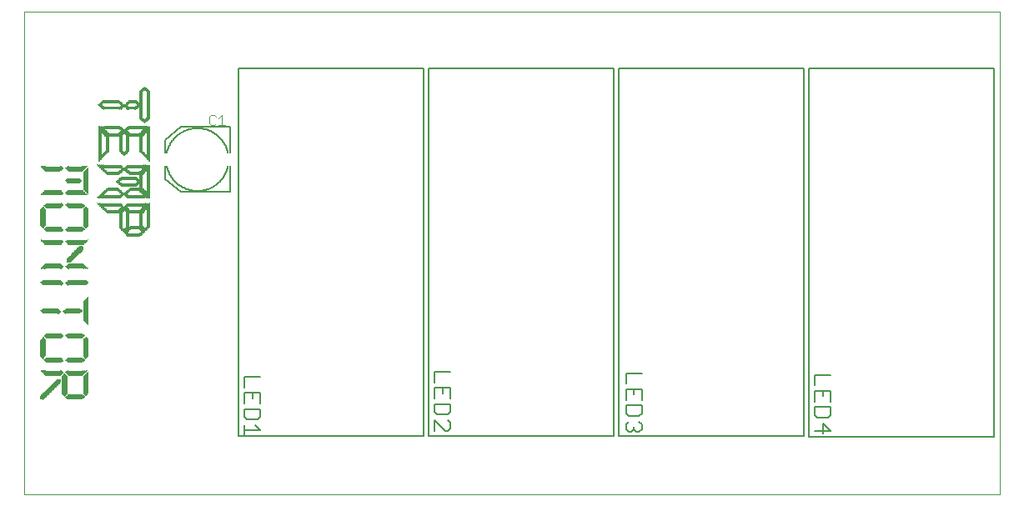
<source format=gto>
G75*
%MOIN*%
%OFA0B0*%
%FSLAX25Y25*%
%IPPOS*%
%LPD*%
%AMOC8*
5,1,8,0,0,1.08239X$1,22.5*
%
%ADD10C,0.00000*%
%ADD11C,0.00800*%
%ADD12C,0.00700*%
%ADD13C,0.00300*%
%ADD14R,0.00126X0.06750*%
%ADD15R,0.00126X0.00130*%
%ADD16R,0.00126X0.00120*%
%ADD17R,0.00126X0.01500*%
%ADD18R,0.00124X0.00250*%
%ADD19R,0.00124X0.00120*%
%ADD20R,0.00124X0.07000*%
%ADD21R,0.00124X0.00370*%
%ADD22R,0.00124X0.00380*%
%ADD23R,0.00124X0.00130*%
%ADD24R,0.00124X0.01620*%
%ADD25R,0.00126X0.00380*%
%ADD26R,0.00126X0.00250*%
%ADD27R,0.00126X0.07250*%
%ADD28R,0.00126X0.00630*%
%ADD29R,0.00126X0.00620*%
%ADD30R,0.00126X0.01750*%
%ADD31R,0.00125X0.00500*%
%ADD32R,0.00125X0.00370*%
%ADD33R,0.00125X0.07500*%
%ADD34R,0.00125X0.00870*%
%ADD35R,0.00125X0.00880*%
%ADD36R,0.00125X0.00380*%
%ADD37R,0.00125X0.01870*%
%ADD38R,0.00124X0.00630*%
%ADD39R,0.00124X0.00500*%
%ADD40R,0.00124X0.07750*%
%ADD41R,0.00124X0.01130*%
%ADD42R,0.00124X0.01120*%
%ADD43R,0.00124X0.02000*%
%ADD44R,0.00126X0.00750*%
%ADD45R,0.00126X0.08000*%
%ADD46R,0.00126X0.01370*%
%ADD47R,0.00126X0.01380*%
%ADD48R,0.00126X0.02120*%
%ADD49R,0.00125X0.00750*%
%ADD50R,0.00125X0.08250*%
%ADD51R,0.00125X0.01630*%
%ADD52R,0.00125X0.01620*%
%ADD53R,0.00125X0.02250*%
%ADD54R,0.00124X0.01000*%
%ADD55R,0.00124X0.00870*%
%ADD56R,0.00124X0.08500*%
%ADD57R,0.00124X0.01880*%
%ADD58R,0.00124X0.00880*%
%ADD59R,0.00124X0.02370*%
%ADD60R,0.00126X0.01130*%
%ADD61R,0.00126X0.01000*%
%ADD62R,0.00126X0.08630*%
%ADD63R,0.00126X0.02000*%
%ADD64R,0.00126X0.08620*%
%ADD65R,0.00126X0.02500*%
%ADD66R,0.00125X0.01250*%
%ADD67R,0.00125X0.01120*%
%ADD68R,0.00125X0.08370*%
%ADD69R,0.00125X0.02000*%
%ADD70R,0.00125X0.02120*%
%ADD71R,0.00125X0.08380*%
%ADD72R,0.00125X0.01130*%
%ADD73R,0.00125X0.02620*%
%ADD74R,0.00124X0.01380*%
%ADD75R,0.00124X0.01250*%
%ADD76R,0.00124X0.08130*%
%ADD77R,0.00124X0.02120*%
%ADD78R,0.00124X0.08120*%
%ADD79R,0.00124X0.02750*%
%ADD80R,0.00126X0.07870*%
%ADD81R,0.00126X0.07880*%
%ADD82R,0.00126X0.02870*%
%ADD83R,0.00124X0.01630*%
%ADD84R,0.00124X0.01500*%
%ADD85R,0.00124X0.07630*%
%ADD86R,0.00124X0.07620*%
%ADD87R,0.00124X0.02880*%
%ADD88R,0.00126X0.01620*%
%ADD89R,0.00126X0.07370*%
%ADD90R,0.00126X0.00500*%
%ADD91R,0.00126X0.07380*%
%ADD92R,0.00126X0.01630*%
%ADD93R,0.00124X0.01750*%
%ADD94R,0.00124X0.07130*%
%ADD95R,0.00124X0.00750*%
%ADD96R,0.00124X0.07120*%
%ADD97R,0.00125X0.06870*%
%ADD98R,0.00125X0.01000*%
%ADD99R,0.00125X0.06880*%
%ADD100R,0.00125X0.01880*%
%ADD101R,0.00125X0.02870*%
%ADD102R,0.00126X0.02130*%
%ADD103R,0.00126X0.01250*%
%ADD104R,0.00126X0.02880*%
%ADD105R,0.00125X0.02130*%
%ADD106R,0.00125X0.01500*%
%ADD107R,0.00124X0.02130*%
%ADD108R,0.00124X0.01870*%
%ADD109R,0.00126X0.01880*%
%ADD110R,0.00125X0.02880*%
%ADD111R,0.00124X0.02870*%
%ADD112R,0.00125X0.02750*%
%ADD113R,0.00125X0.02630*%
%ADD114R,0.00125X0.02500*%
%ADD115R,0.00125X0.02380*%
%ADD116R,0.00125X0.01750*%
%ADD117R,0.00125X0.00250*%
%ADD118R,0.00125X0.01370*%
%ADD119R,0.00125X0.01380*%
%ADD120R,0.00125X0.07380*%
%ADD121R,0.00124X0.00620*%
%ADD122R,0.00125X0.07880*%
%ADD123R,0.00125X0.08500*%
%ADD124R,0.00125X0.08750*%
%ADD125R,0.00126X0.09000*%
%ADD126R,0.00125X0.09120*%
%ADD127R,0.00125X0.09000*%
%ADD128R,0.00125X0.00130*%
%ADD129R,0.00125X0.08000*%
%ADD130R,0.00125X0.00630*%
%ADD131R,0.00125X0.00620*%
%ADD132R,0.00125X0.07750*%
%ADD133R,0.00124X0.07500*%
%ADD134R,0.00125X0.07120*%
%ADD135R,0.00125X0.02370*%
%ADD136R,0.00125X0.03000*%
%ADD137R,0.00126X0.03000*%
%ADD138R,0.00124X0.03000*%
%ADD139R,0.00124X0.02500*%
%ADD140R,0.00126X0.06870*%
%ADD141R,0.00126X0.01870*%
%ADD142R,0.00126X0.07620*%
%ADD143R,0.00126X0.06880*%
%ADD144R,0.00126X0.01120*%
%ADD145R,0.00125X0.07000*%
%ADD146R,0.00125X0.07130*%
%ADD147R,0.00125X0.07250*%
%ADD148R,0.00125X0.07370*%
%ADD149R,0.00125X0.08120*%
%ADD150R,0.00125X0.07630*%
%ADD151R,0.00125X0.08620*%
%ADD152R,0.00125X0.00120*%
%ADD153R,0.00125X0.08880*%
%ADD154R,0.00125X0.09380*%
%ADD155R,0.00125X0.08630*%
%ADD156R,0.00125X0.09620*%
%ADD157R,0.00125X0.09880*%
%ADD158R,0.00125X0.09250*%
%ADD159R,0.00125X0.08130*%
%ADD160R,0.00125X0.10120*%
%ADD161R,0.00125X0.09500*%
%ADD162R,0.00125X0.07870*%
%ADD163R,0.00125X0.10380*%
%ADD164R,0.00125X0.09750*%
%ADD165R,0.00125X0.10620*%
%ADD166R,0.00125X0.07620*%
%ADD167R,0.00125X0.10000*%
%ADD168R,0.00125X0.10880*%
%ADD169R,0.00125X0.10250*%
%ADD170R,0.00125X0.11120*%
%ADD171R,0.00125X0.10500*%
%ADD172R,0.00125X0.11380*%
%ADD173R,0.00126X0.00880*%
%ADD174R,0.00126X0.14130*%
%ADD175R,0.00126X0.00870*%
%ADD176R,0.00125X0.13870*%
%ADD177R,0.00125X0.13750*%
%ADD178R,0.00125X0.13620*%
%ADD179R,0.00125X0.13500*%
%ADD180R,0.00125X0.13370*%
%ADD181R,0.00125X0.13250*%
%ADD182R,0.00125X0.13120*%
%ADD183R,0.00125X0.13000*%
%ADD184R,0.00125X0.03120*%
%ADD185R,0.00124X0.03120*%
%ADD186R,0.00126X0.03250*%
%ADD187R,0.00126X0.02630*%
%ADD188R,0.00126X0.02620*%
%ADD189R,0.00124X0.03370*%
%ADD190R,0.00126X0.03500*%
%ADD191R,0.00124X0.03620*%
%ADD192R,0.00126X0.03750*%
%ADD193R,0.00124X0.03870*%
%ADD194R,0.00126X0.02750*%
%ADD195R,0.00124X0.09500*%
%ADD196R,0.00126X0.09250*%
%ADD197R,0.00124X0.09000*%
%ADD198R,0.00126X0.08750*%
%ADD199R,0.00126X0.02370*%
%ADD200R,0.00124X0.02630*%
%ADD201R,0.00124X0.01370*%
%ADD202R,0.00124X0.08250*%
%ADD203R,0.00126X0.08500*%
%ADD204R,0.00124X0.08750*%
%ADD205R,0.00126X0.03130*%
%ADD206R,0.00126X0.10500*%
%ADD207R,0.00126X0.03120*%
%ADD208R,0.00124X0.10500*%
%ADD209R,0.00124X0.02380*%
%ADD210R,0.00124X0.02250*%
%ADD211R,0.00126X0.02250*%
%ADD212R,0.00124X0.12500*%
%ADD213R,0.00126X0.12750*%
%ADD214R,0.00124X0.13000*%
%ADD215R,0.00126X0.13250*%
%ADD216R,0.00124X0.09750*%
%ADD217R,0.00126X0.09500*%
%ADD218R,0.00124X0.09250*%
%ADD219R,0.00125X0.11620*%
%ADD220R,0.00125X0.11880*%
%ADD221R,0.00124X0.12120*%
%ADD222R,0.00126X0.12380*%
%ADD223R,0.00126X0.10870*%
%ADD224R,0.00124X0.12620*%
%ADD225R,0.00124X0.09620*%
%ADD226R,0.00124X0.10880*%
%ADD227R,0.00126X0.12880*%
%ADD228R,0.00126X0.09750*%
%ADD229R,0.00124X0.13120*%
%ADD230R,0.00124X0.10000*%
%ADD231R,0.00124X0.02620*%
%ADD232R,0.00126X0.03870*%
%ADD233R,0.00124X0.03750*%
%ADD234R,0.00126X0.03620*%
%ADD235R,0.00126X0.03630*%
%ADD236R,0.00124X0.03500*%
%ADD237R,0.00126X0.03370*%
%ADD238R,0.00126X0.03380*%
%ADD239R,0.00124X0.03250*%
%ADD240R,0.00125X0.12880*%
%ADD241R,0.00125X0.12620*%
%ADD242R,0.00125X0.10370*%
%ADD243R,0.00125X0.12380*%
%ADD244R,0.00125X0.12120*%
%ADD245R,0.00124X0.11620*%
%ADD246R,0.00124X0.13750*%
%ADD247R,0.00124X0.13250*%
%ADD248R,0.00124X0.09870*%
%ADD249R,0.00126X0.11380*%
%ADD250R,0.00126X0.13870*%
%ADD251R,0.00126X0.13380*%
%ADD252R,0.00124X0.11120*%
%ADD253R,0.00124X0.14130*%
%ADD254R,0.00124X0.13620*%
D10*
X0001000Y0006275D02*
X0001000Y0199189D01*
X0390764Y0199189D01*
X0390764Y0006275D01*
X0001000Y0006275D01*
D11*
X0086600Y0029325D02*
X0086600Y0176471D01*
X0160616Y0176471D01*
X0160616Y0029325D01*
X0086600Y0029325D01*
X0162600Y0029325D02*
X0162600Y0176471D01*
X0236616Y0176471D01*
X0236616Y0029325D01*
X0162600Y0029325D01*
X0238600Y0029325D02*
X0238600Y0176471D01*
X0312616Y0176471D01*
X0312616Y0029325D01*
X0238600Y0029325D01*
X0314661Y0029138D02*
X0314661Y0176284D01*
X0388677Y0176284D01*
X0388677Y0029138D01*
X0314661Y0029138D01*
X0083127Y0127071D02*
X0083127Y0137366D01*
X0083127Y0142760D02*
X0083127Y0153055D01*
X0063442Y0153055D01*
X0057143Y0147937D01*
X0057143Y0142760D01*
X0057143Y0137366D02*
X0057143Y0132189D01*
X0063442Y0127071D01*
X0083127Y0127071D01*
X0082340Y0137366D02*
X0082274Y0137070D01*
X0082201Y0136774D01*
X0082122Y0136481D01*
X0082035Y0136190D01*
X0081940Y0135901D01*
X0081839Y0135614D01*
X0081731Y0135330D01*
X0081616Y0135048D01*
X0081494Y0134770D01*
X0081366Y0134494D01*
X0081230Y0134222D01*
X0081088Y0133953D01*
X0080940Y0133688D01*
X0080785Y0133426D01*
X0080624Y0133169D01*
X0080457Y0132915D01*
X0080283Y0132665D01*
X0080104Y0132420D01*
X0079918Y0132179D01*
X0079727Y0131943D01*
X0079530Y0131711D01*
X0079327Y0131485D01*
X0079119Y0131263D01*
X0078906Y0131046D01*
X0078687Y0130835D01*
X0078463Y0130629D01*
X0078235Y0130429D01*
X0078001Y0130234D01*
X0077763Y0130045D01*
X0077520Y0129862D01*
X0077273Y0129685D01*
X0077022Y0129514D01*
X0076766Y0129349D01*
X0076507Y0129191D01*
X0076244Y0129038D01*
X0075977Y0128893D01*
X0075707Y0128754D01*
X0075433Y0128621D01*
X0075157Y0128495D01*
X0074877Y0128376D01*
X0074594Y0128264D01*
X0074309Y0128159D01*
X0074021Y0128060D01*
X0073731Y0127969D01*
X0073439Y0127885D01*
X0073145Y0127808D01*
X0072849Y0127738D01*
X0072552Y0127676D01*
X0072253Y0127620D01*
X0071953Y0127572D01*
X0071651Y0127532D01*
X0071349Y0127498D01*
X0071046Y0127472D01*
X0070743Y0127454D01*
X0070439Y0127443D01*
X0070135Y0127439D01*
X0069831Y0127443D01*
X0069527Y0127454D01*
X0069224Y0127472D01*
X0068921Y0127498D01*
X0068619Y0127532D01*
X0068317Y0127572D01*
X0068017Y0127620D01*
X0067718Y0127676D01*
X0067421Y0127738D01*
X0067125Y0127808D01*
X0066831Y0127885D01*
X0066539Y0127969D01*
X0066249Y0128060D01*
X0065961Y0128159D01*
X0065676Y0128264D01*
X0065393Y0128376D01*
X0065113Y0128495D01*
X0064837Y0128621D01*
X0064563Y0128754D01*
X0064293Y0128893D01*
X0064026Y0129038D01*
X0063763Y0129191D01*
X0063504Y0129349D01*
X0063248Y0129514D01*
X0062997Y0129685D01*
X0062750Y0129862D01*
X0062507Y0130045D01*
X0062269Y0130234D01*
X0062035Y0130429D01*
X0061807Y0130629D01*
X0061583Y0130835D01*
X0061364Y0131046D01*
X0061151Y0131263D01*
X0060943Y0131485D01*
X0060740Y0131711D01*
X0060543Y0131943D01*
X0060352Y0132179D01*
X0060166Y0132420D01*
X0059987Y0132665D01*
X0059813Y0132915D01*
X0059646Y0133169D01*
X0059485Y0133426D01*
X0059330Y0133688D01*
X0059182Y0133953D01*
X0059040Y0134222D01*
X0058904Y0134494D01*
X0058776Y0134770D01*
X0058654Y0135048D01*
X0058539Y0135330D01*
X0058431Y0135614D01*
X0058330Y0135901D01*
X0058235Y0136190D01*
X0058148Y0136481D01*
X0058069Y0136774D01*
X0057996Y0137070D01*
X0057930Y0137366D01*
X0057930Y0142760D02*
X0058001Y0143056D01*
X0058078Y0143350D01*
X0058162Y0143643D01*
X0058254Y0143933D01*
X0058352Y0144221D01*
X0058458Y0144506D01*
X0058570Y0144789D01*
X0058690Y0145069D01*
X0058816Y0145346D01*
X0058949Y0145620D01*
X0059088Y0145890D01*
X0059234Y0146157D01*
X0059386Y0146421D01*
X0059545Y0146680D01*
X0059710Y0146936D01*
X0059881Y0147188D01*
X0060059Y0147435D01*
X0060242Y0147678D01*
X0060431Y0147916D01*
X0060626Y0148150D01*
X0060826Y0148379D01*
X0061032Y0148603D01*
X0061244Y0148822D01*
X0061460Y0149036D01*
X0061682Y0149244D01*
X0061909Y0149447D01*
X0062140Y0149644D01*
X0062377Y0149836D01*
X0062618Y0150022D01*
X0062863Y0150202D01*
X0063113Y0150376D01*
X0063367Y0150543D01*
X0063625Y0150705D01*
X0063886Y0150860D01*
X0064152Y0151009D01*
X0064421Y0151151D01*
X0064693Y0151287D01*
X0064969Y0151416D01*
X0065247Y0151538D01*
X0065529Y0151654D01*
X0065813Y0151763D01*
X0066100Y0151864D01*
X0066389Y0151959D01*
X0066681Y0152047D01*
X0066974Y0152127D01*
X0067270Y0152200D01*
X0067567Y0152266D01*
X0067865Y0152325D01*
X0068165Y0152377D01*
X0068466Y0152421D01*
X0068768Y0152458D01*
X0069071Y0152488D01*
X0069375Y0152510D01*
X0069679Y0152525D01*
X0069983Y0152532D01*
X0070287Y0152532D01*
X0070591Y0152525D01*
X0070895Y0152510D01*
X0071199Y0152488D01*
X0071502Y0152458D01*
X0071804Y0152421D01*
X0072105Y0152377D01*
X0072405Y0152325D01*
X0072703Y0152266D01*
X0073000Y0152200D01*
X0073296Y0152127D01*
X0073589Y0152047D01*
X0073881Y0151959D01*
X0074170Y0151864D01*
X0074457Y0151763D01*
X0074741Y0151654D01*
X0075023Y0151538D01*
X0075301Y0151416D01*
X0075577Y0151287D01*
X0075849Y0151151D01*
X0076118Y0151009D01*
X0076384Y0150860D01*
X0076645Y0150705D01*
X0076903Y0150543D01*
X0077157Y0150376D01*
X0077407Y0150202D01*
X0077652Y0150022D01*
X0077893Y0149836D01*
X0078130Y0149644D01*
X0078361Y0149447D01*
X0078588Y0149244D01*
X0078810Y0149036D01*
X0079026Y0148822D01*
X0079238Y0148603D01*
X0079444Y0148379D01*
X0079644Y0148150D01*
X0079839Y0147916D01*
X0080028Y0147678D01*
X0080211Y0147435D01*
X0080389Y0147188D01*
X0080560Y0146936D01*
X0080725Y0146680D01*
X0080884Y0146421D01*
X0081036Y0146157D01*
X0081182Y0145890D01*
X0081321Y0145620D01*
X0081454Y0145346D01*
X0081580Y0145069D01*
X0081700Y0144789D01*
X0081812Y0144506D01*
X0081918Y0144221D01*
X0082016Y0143933D01*
X0082108Y0143643D01*
X0082192Y0143350D01*
X0082269Y0143056D01*
X0082340Y0142760D01*
D12*
X0164958Y0055097D02*
X0164958Y0050894D01*
X0164958Y0048652D02*
X0164958Y0044448D01*
X0164958Y0042206D02*
X0164958Y0039053D01*
X0166009Y0038003D01*
X0170212Y0038003D01*
X0171263Y0039053D01*
X0171263Y0042206D01*
X0164958Y0042206D01*
X0171263Y0044448D02*
X0171263Y0048652D01*
X0164958Y0048652D01*
X0168111Y0048652D02*
X0168111Y0046550D01*
X0171263Y0055097D02*
X0164958Y0055097D01*
X0164958Y0035761D02*
X0169161Y0031557D01*
X0170212Y0031557D01*
X0171263Y0032608D01*
X0171263Y0034710D01*
X0170212Y0035761D01*
X0164958Y0035761D02*
X0164958Y0031557D01*
X0095263Y0031659D02*
X0088958Y0031659D01*
X0088958Y0033761D02*
X0088958Y0029557D01*
X0093161Y0033761D02*
X0095263Y0031659D01*
X0094212Y0036003D02*
X0090009Y0036003D01*
X0088958Y0037053D01*
X0088958Y0040206D01*
X0095263Y0040206D01*
X0095263Y0037053D01*
X0094212Y0036003D01*
X0095263Y0042448D02*
X0095263Y0046652D01*
X0088958Y0046652D01*
X0088958Y0042448D01*
X0092111Y0044550D02*
X0092111Y0046652D01*
X0088958Y0048894D02*
X0088958Y0053097D01*
X0095263Y0053097D01*
X0241458Y0054597D02*
X0241458Y0050394D01*
X0241458Y0048152D02*
X0241458Y0043948D01*
X0241458Y0041706D02*
X0241458Y0038553D01*
X0242509Y0037503D01*
X0246712Y0037503D01*
X0247763Y0038553D01*
X0247763Y0041706D01*
X0241458Y0041706D01*
X0247763Y0043948D02*
X0247763Y0048152D01*
X0241458Y0048152D01*
X0244611Y0048152D02*
X0244611Y0046050D01*
X0247763Y0054597D02*
X0241458Y0054597D01*
X0242509Y0035261D02*
X0241458Y0034210D01*
X0241458Y0032108D01*
X0242509Y0031057D01*
X0243560Y0031057D01*
X0244611Y0032108D01*
X0244611Y0033159D01*
X0244611Y0032108D02*
X0245661Y0031057D01*
X0246712Y0031057D01*
X0247763Y0032108D01*
X0247763Y0034210D01*
X0246712Y0035261D01*
X0317019Y0037867D02*
X0318070Y0036816D01*
X0322274Y0036816D01*
X0323325Y0037867D01*
X0323325Y0041020D01*
X0317019Y0041020D01*
X0317019Y0037867D01*
X0320172Y0034574D02*
X0320172Y0030370D01*
X0317019Y0031421D02*
X0323325Y0031421D01*
X0320172Y0034574D01*
X0317019Y0043261D02*
X0317019Y0047465D01*
X0323325Y0047465D01*
X0323325Y0043261D01*
X0320172Y0045363D02*
X0320172Y0047465D01*
X0317019Y0049707D02*
X0317019Y0053911D01*
X0323325Y0053911D01*
D13*
X0081169Y0153933D02*
X0078700Y0153933D01*
X0079934Y0153933D02*
X0079934Y0157637D01*
X0078700Y0156402D01*
X0077486Y0157019D02*
X0076868Y0157637D01*
X0075634Y0157637D01*
X0075017Y0157019D01*
X0075017Y0154551D01*
X0075634Y0153933D01*
X0076868Y0153933D01*
X0077486Y0154551D01*
D14*
X0024756Y0131592D03*
X0007631Y0116842D03*
X0007631Y0064592D03*
X0024756Y0049842D03*
D15*
X0007631Y0090782D03*
X0009006Y0121532D03*
D16*
X0007631Y0079407D03*
X0009006Y0059907D03*
D17*
X0015506Y0051347D03*
X0007631Y0044847D03*
X0034256Y0119217D03*
X0039006Y0119347D03*
X0040506Y0126217D03*
X0038756Y0127847D03*
X0039756Y0129967D03*
X0039506Y0131967D03*
X0039756Y0132217D03*
X0045756Y0132347D03*
X0046256Y0130217D03*
X0046006Y0129967D03*
X0043131Y0127717D03*
X0042881Y0127467D03*
X0034256Y0127847D03*
X0024756Y0126597D03*
X0033506Y0135217D03*
X0033256Y0135467D03*
X0033006Y0135717D03*
X0033756Y0134967D03*
X0034006Y0134717D03*
X0039506Y0137097D03*
X0049131Y0141967D03*
X0048881Y0142217D03*
X0048631Y0142467D03*
X0048381Y0142717D03*
X0049381Y0141717D03*
X0049631Y0141467D03*
X0039506Y0152467D03*
X0045756Y0160717D03*
X0045756Y0163097D03*
X0043131Y0163097D03*
X0042881Y0162847D03*
X0042631Y0162597D03*
X0048881Y0168217D03*
X0009006Y0136597D03*
D18*
X0007756Y0137222D03*
X0009131Y0112092D03*
X0009131Y0069342D03*
D19*
X0007756Y0096407D03*
X0007756Y0107657D03*
X0007756Y0125907D03*
D20*
X0007756Y0116847D03*
X0007756Y0064597D03*
D21*
X0007756Y0090782D03*
X0009131Y0121532D03*
D22*
X0007756Y0079407D03*
X0009131Y0059907D03*
D23*
X0007756Y0055532D03*
D24*
X0007756Y0044907D03*
X0014881Y0079157D03*
X0042506Y0127157D03*
X0032631Y0141657D03*
X0032881Y0141907D03*
X0033131Y0142157D03*
X0033381Y0142407D03*
X0033631Y0142657D03*
X0039631Y0152407D03*
X0048506Y0155907D03*
X0048756Y0155657D03*
X0049006Y0155407D03*
X0039631Y0162407D03*
X0039381Y0162657D03*
X0039131Y0162907D03*
X0048506Y0167907D03*
X0048756Y0168157D03*
D25*
X0007881Y0137157D03*
D26*
X0007881Y0125972D03*
X0007881Y0107592D03*
X0007881Y0096472D03*
X0007881Y0055472D03*
D27*
X0007881Y0064592D03*
X0007881Y0116842D03*
D28*
X0009256Y0121532D03*
X0007881Y0090782D03*
X0008256Y0055282D03*
D29*
X0009256Y0059907D03*
X0007881Y0079407D03*
X0008256Y0096657D03*
X0008256Y0107407D03*
X0008256Y0126157D03*
D30*
X0018506Y0126722D03*
X0018506Y0121722D03*
X0018506Y0111972D03*
X0018506Y0099722D03*
X0018506Y0090592D03*
X0049131Y0111722D03*
X0041631Y0126222D03*
X0041631Y0136222D03*
X0018506Y0136472D03*
X0009256Y0136472D03*
X0018506Y0069472D03*
X0018506Y0059722D03*
X0018506Y0054722D03*
X0018506Y0044972D03*
X0007881Y0044972D03*
D31*
X0017757Y0044847D03*
X0017757Y0054847D03*
X0016506Y0054847D03*
X0016506Y0059597D03*
X0025882Y0055347D03*
X0025007Y0069347D03*
X0017757Y0069597D03*
X0016506Y0069597D03*
X0016756Y0079097D03*
X0016506Y0090467D03*
X0017757Y0090467D03*
X0026507Y0090717D03*
X0026132Y0096597D03*
X0016506Y0097097D03*
X0016506Y0106967D03*
X0016506Y0111847D03*
X0017757Y0111847D03*
X0025007Y0112097D03*
X0026132Y0107467D03*
X0030631Y0122217D03*
X0030631Y0124847D03*
X0025757Y0126097D03*
X0017757Y0126597D03*
X0016506Y0126597D03*
X0017757Y0131597D03*
X0023881Y0131597D03*
X0025882Y0137097D03*
X0030631Y0137597D03*
X0016506Y0136597D03*
X0008007Y0137097D03*
D32*
X0017757Y0136532D03*
X0038007Y0131032D03*
X0030506Y0124782D03*
X0030506Y0122282D03*
X0025132Y0121532D03*
X0025882Y0126032D03*
X0017757Y0121782D03*
X0016506Y0121782D03*
X0008007Y0126032D03*
X0025132Y0112032D03*
X0026257Y0107532D03*
X0017757Y0107032D03*
X0008007Y0107532D03*
X0008007Y0096532D03*
X0017757Y0097032D03*
X0026257Y0096532D03*
D33*
X0008007Y0116847D03*
X0025132Y0131597D03*
X0025132Y0064597D03*
X0008007Y0064597D03*
X0025132Y0049847D03*
D34*
X0008007Y0090782D03*
X0025757Y0096782D03*
X0025757Y0107282D03*
X0024882Y0121532D03*
X0025382Y0126282D03*
X0016257Y0136532D03*
X0040882Y0161532D03*
D35*
X0040882Y0136157D03*
X0025507Y0136907D03*
X0008382Y0136907D03*
X0008007Y0079407D03*
X0023881Y0079407D03*
X0024882Y0059907D03*
X0025507Y0055157D03*
X0016257Y0059657D03*
X0024882Y0045157D03*
D36*
X0025132Y0045157D03*
X0026007Y0055407D03*
X0025132Y0059907D03*
X0017757Y0059657D03*
X0008007Y0055407D03*
X0024131Y0079407D03*
X0026007Y0137157D03*
X0030506Y0137657D03*
X0030756Y0161907D03*
D37*
X0040882Y0151032D03*
X0024381Y0126782D03*
X0018632Y0126782D03*
X0015632Y0126782D03*
X0009506Y0126782D03*
X0024381Y0121532D03*
X0032007Y0121532D03*
X0032007Y0125532D03*
X0040882Y0120282D03*
X0018632Y0112032D03*
X0015632Y0112032D03*
X0015632Y0106782D03*
X0018757Y0106782D03*
X0024131Y0104282D03*
X0018632Y0099782D03*
X0018757Y0097282D03*
X0015632Y0097282D03*
X0009506Y0097282D03*
X0009506Y0106782D03*
X0014632Y0079282D03*
X0017632Y0079282D03*
X0018632Y0059782D03*
X0015632Y0059782D03*
X0018632Y0045032D03*
X0008007Y0045032D03*
D38*
X0038131Y0131032D03*
X0016381Y0136532D03*
X0008131Y0137032D03*
D39*
X0008131Y0126097D03*
X0008131Y0107467D03*
X0008131Y0096597D03*
X0008131Y0055347D03*
D40*
X0008131Y0064592D03*
X0008131Y0116842D03*
X0039131Y0116342D03*
X0039131Y0147092D03*
X0043006Y0147092D03*
D41*
X0044381Y0149782D03*
X0044631Y0149782D03*
X0044881Y0149782D03*
X0045131Y0149782D03*
X0045381Y0149782D03*
X0045631Y0149782D03*
X0045881Y0149782D03*
X0046131Y0149782D03*
X0046381Y0149782D03*
X0046631Y0149782D03*
X0038381Y0149782D03*
X0038131Y0149782D03*
X0037006Y0149782D03*
X0036756Y0149782D03*
X0036506Y0149782D03*
X0036256Y0149782D03*
X0036006Y0149782D03*
X0035756Y0149782D03*
X0035506Y0149782D03*
X0035256Y0149782D03*
X0035256Y0137282D03*
X0035006Y0137282D03*
X0035506Y0137282D03*
X0035756Y0137282D03*
X0036006Y0137282D03*
X0036256Y0137282D03*
X0036506Y0137282D03*
X0036756Y0137282D03*
X0037006Y0137282D03*
X0038131Y0137282D03*
X0038381Y0137282D03*
X0038631Y0137282D03*
X0038881Y0137282D03*
X0039131Y0137282D03*
X0043006Y0137282D03*
X0043256Y0137282D03*
X0044381Y0137282D03*
X0044631Y0137282D03*
X0044881Y0137282D03*
X0045131Y0137282D03*
X0045381Y0137282D03*
X0045631Y0137282D03*
X0045881Y0137282D03*
X0046131Y0137282D03*
X0046381Y0137282D03*
X0046631Y0137282D03*
X0047756Y0137282D03*
X0048006Y0137282D03*
X0048256Y0137282D03*
X0048506Y0137282D03*
X0045381Y0132532D03*
X0045131Y0132532D03*
X0044881Y0132532D03*
X0044631Y0132532D03*
X0044381Y0132532D03*
X0043256Y0132532D03*
X0043006Y0132532D03*
X0042756Y0132532D03*
X0042506Y0132532D03*
X0042256Y0132532D03*
X0042006Y0132532D03*
X0041756Y0132532D03*
X0041506Y0132532D03*
X0041256Y0132532D03*
X0040381Y0132532D03*
X0038381Y0131032D03*
X0038381Y0128032D03*
X0038131Y0128032D03*
X0037006Y0128032D03*
X0036756Y0128032D03*
X0036506Y0128032D03*
X0036256Y0128032D03*
X0036006Y0128032D03*
X0035756Y0128032D03*
X0035506Y0128032D03*
X0035256Y0128032D03*
X0035006Y0128032D03*
X0044381Y0128032D03*
X0044631Y0128032D03*
X0044881Y0128032D03*
X0045131Y0128032D03*
X0045381Y0128032D03*
X0045631Y0128032D03*
X0045881Y0128032D03*
X0046131Y0128032D03*
X0046381Y0128032D03*
X0046631Y0128032D03*
X0046631Y0119032D03*
X0046381Y0119032D03*
X0046131Y0119032D03*
X0045881Y0119032D03*
X0045631Y0119032D03*
X0045381Y0119032D03*
X0045131Y0119032D03*
X0044881Y0119032D03*
X0044631Y0119032D03*
X0044381Y0119032D03*
X0038381Y0119032D03*
X0038131Y0119032D03*
X0037006Y0119032D03*
X0036756Y0119032D03*
X0036506Y0119032D03*
X0036256Y0119032D03*
X0036006Y0119032D03*
X0035756Y0119032D03*
X0035506Y0119032D03*
X0035256Y0119032D03*
X0035006Y0119032D03*
X0043006Y0109782D03*
X0043256Y0109782D03*
X0044381Y0109782D03*
X0044631Y0109782D03*
X0044881Y0109782D03*
X0045131Y0109782D03*
X0045381Y0109782D03*
X0045631Y0109782D03*
X0045881Y0109782D03*
X0046131Y0109782D03*
X0046381Y0109782D03*
X0046631Y0109782D03*
X0008131Y0090782D03*
X0033131Y0137282D03*
X0033381Y0137282D03*
X0033631Y0137282D03*
X0033881Y0137282D03*
X0034131Y0137282D03*
X0042756Y0160532D03*
X0045381Y0160532D03*
X0045381Y0163282D03*
X0045131Y0163282D03*
X0044881Y0163282D03*
X0044631Y0163282D03*
X0044381Y0163282D03*
X0038381Y0163282D03*
X0038131Y0163282D03*
X0037006Y0163282D03*
X0036756Y0163282D03*
X0036506Y0163282D03*
X0036256Y0163282D03*
X0036006Y0163282D03*
X0035756Y0163282D03*
X0035506Y0163282D03*
X0035256Y0163282D03*
X0035006Y0163282D03*
X0034131Y0163282D03*
X0033881Y0163282D03*
X0033631Y0163282D03*
X0033381Y0163282D03*
X0033131Y0163282D03*
D42*
X0033631Y0152657D03*
X0033881Y0152657D03*
X0034131Y0152657D03*
X0035006Y0152657D03*
X0035256Y0152657D03*
X0035506Y0152657D03*
X0035756Y0152657D03*
X0036006Y0152657D03*
X0036256Y0152657D03*
X0036506Y0152657D03*
X0036756Y0152657D03*
X0037006Y0152657D03*
X0038131Y0152657D03*
X0038381Y0152657D03*
X0038631Y0152657D03*
X0038881Y0152657D03*
X0039131Y0152657D03*
X0043006Y0152657D03*
X0043256Y0152657D03*
X0044381Y0152657D03*
X0044631Y0152657D03*
X0044881Y0152657D03*
X0045131Y0152657D03*
X0045381Y0152657D03*
X0045631Y0152657D03*
X0045881Y0152657D03*
X0046131Y0152657D03*
X0046381Y0152657D03*
X0046631Y0152657D03*
X0047756Y0152657D03*
X0048006Y0152657D03*
X0048256Y0152657D03*
X0048506Y0152657D03*
X0046631Y0134407D03*
X0046381Y0134407D03*
X0046131Y0134407D03*
X0045881Y0134407D03*
X0045631Y0134407D03*
X0045381Y0134407D03*
X0045131Y0134407D03*
X0044881Y0134407D03*
X0044631Y0134407D03*
X0044381Y0134407D03*
X0038381Y0134407D03*
X0038131Y0134407D03*
X0037006Y0134407D03*
X0036756Y0134407D03*
X0036506Y0134407D03*
X0036256Y0134407D03*
X0036006Y0134407D03*
X0035756Y0134407D03*
X0035506Y0134407D03*
X0035256Y0134407D03*
X0035006Y0134407D03*
X0040381Y0129657D03*
X0041256Y0129657D03*
X0041506Y0129657D03*
X0041756Y0129657D03*
X0042006Y0129657D03*
X0042256Y0129657D03*
X0042506Y0129657D03*
X0042756Y0129657D03*
X0043006Y0129657D03*
X0043256Y0129657D03*
X0044381Y0129657D03*
X0044631Y0129657D03*
X0044881Y0129657D03*
X0045131Y0129657D03*
X0045381Y0129657D03*
X0045381Y0125157D03*
X0045131Y0125157D03*
X0044881Y0125157D03*
X0044631Y0125157D03*
X0044381Y0125157D03*
X0043256Y0125157D03*
X0043006Y0125157D03*
X0045631Y0125157D03*
X0045881Y0125157D03*
X0046131Y0125157D03*
X0046381Y0125157D03*
X0046631Y0125157D03*
X0047756Y0125157D03*
X0048006Y0125157D03*
X0048256Y0125157D03*
X0048506Y0125157D03*
X0048506Y0121907D03*
X0048256Y0121907D03*
X0048006Y0121907D03*
X0047756Y0121907D03*
X0046631Y0121907D03*
X0046381Y0121907D03*
X0046131Y0121907D03*
X0045881Y0121907D03*
X0045631Y0121907D03*
X0045381Y0121907D03*
X0045131Y0121907D03*
X0044881Y0121907D03*
X0044631Y0121907D03*
X0044381Y0121907D03*
X0043256Y0121907D03*
X0043006Y0121907D03*
X0039131Y0121907D03*
X0038881Y0121907D03*
X0038631Y0121907D03*
X0038381Y0121907D03*
X0038131Y0121907D03*
X0037006Y0121907D03*
X0036756Y0121907D03*
X0036506Y0121907D03*
X0036256Y0121907D03*
X0036006Y0121907D03*
X0035756Y0121907D03*
X0035506Y0121907D03*
X0035256Y0121907D03*
X0035006Y0121907D03*
X0034131Y0121907D03*
X0033881Y0121907D03*
X0033631Y0121907D03*
X0033381Y0121907D03*
X0033131Y0121907D03*
X0033131Y0125157D03*
X0033381Y0125157D03*
X0033631Y0125157D03*
X0033881Y0125157D03*
X0034131Y0125157D03*
X0035006Y0125157D03*
X0035256Y0125157D03*
X0035506Y0125157D03*
X0035756Y0125157D03*
X0036006Y0125157D03*
X0036256Y0125157D03*
X0036506Y0125157D03*
X0036756Y0125157D03*
X0037006Y0125157D03*
X0038131Y0125157D03*
X0038381Y0125157D03*
X0038631Y0125157D03*
X0038881Y0125157D03*
X0039131Y0125157D03*
X0044381Y0112657D03*
X0044631Y0112657D03*
X0044881Y0112657D03*
X0045131Y0112657D03*
X0045381Y0112657D03*
X0045631Y0112657D03*
X0045881Y0112657D03*
X0046131Y0112657D03*
X0046381Y0112657D03*
X0046631Y0112657D03*
X0008131Y0079407D03*
D43*
X0010256Y0069347D03*
X0010631Y0069347D03*
X0011256Y0069347D03*
X0012006Y0069347D03*
X0012881Y0069347D03*
X0013631Y0069347D03*
X0014881Y0069347D03*
X0019631Y0069347D03*
X0020381Y0069347D03*
X0023631Y0069347D03*
X0023631Y0054597D03*
X0020381Y0054597D03*
X0019631Y0054597D03*
X0014881Y0054597D03*
X0013631Y0054597D03*
X0012881Y0054597D03*
X0012006Y0054597D03*
X0011256Y0054597D03*
X0010631Y0054597D03*
X0010256Y0054597D03*
X0009881Y0054597D03*
X0008131Y0045097D03*
X0019631Y0045097D03*
X0020381Y0045097D03*
X0023631Y0045097D03*
X0023631Y0090717D03*
X0020381Y0090717D03*
X0019631Y0090717D03*
X0014881Y0090717D03*
X0013631Y0090717D03*
X0012881Y0090717D03*
X0012006Y0090717D03*
X0011256Y0090717D03*
X0010631Y0090717D03*
X0010256Y0090717D03*
X0009881Y0090717D03*
X0009381Y0090717D03*
X0009131Y0090717D03*
X0008881Y0090717D03*
X0008506Y0090717D03*
X0009881Y0097347D03*
X0010256Y0097347D03*
X0010631Y0097347D03*
X0011256Y0097347D03*
X0012006Y0097347D03*
X0012881Y0097347D03*
X0013631Y0097347D03*
X0014881Y0097347D03*
X0019631Y0097347D03*
X0020381Y0097347D03*
X0023631Y0097347D03*
X0023631Y0106717D03*
X0020381Y0106717D03*
X0019631Y0106717D03*
X0014881Y0106717D03*
X0013631Y0106717D03*
X0012881Y0106717D03*
X0012006Y0106717D03*
X0011256Y0106717D03*
X0010631Y0106717D03*
X0010256Y0106717D03*
X0009881Y0106717D03*
X0010256Y0112097D03*
X0010631Y0112097D03*
X0011256Y0112097D03*
X0012006Y0112097D03*
X0012881Y0112097D03*
X0013631Y0112097D03*
X0014881Y0112097D03*
X0019631Y0112097D03*
X0020381Y0112097D03*
X0023631Y0112097D03*
X0041256Y0111347D03*
X0049006Y0111717D03*
X0041256Y0120347D03*
X0041756Y0126217D03*
X0023631Y0126847D03*
X0020381Y0126847D03*
X0019631Y0126847D03*
X0014881Y0126847D03*
X0013631Y0126847D03*
X0012881Y0126847D03*
X0012006Y0126847D03*
X0011256Y0126847D03*
X0010631Y0126847D03*
X0010256Y0126847D03*
X0009881Y0126847D03*
X0019631Y0131597D03*
X0020381Y0131597D03*
X0041256Y0150967D03*
D44*
X0008256Y0136972D03*
D45*
X0039256Y0147097D03*
X0042881Y0147097D03*
X0039256Y0116347D03*
X0008256Y0116847D03*
X0008256Y0064597D03*
D46*
X0008256Y0090782D03*
X0009006Y0097032D03*
X0009006Y0107032D03*
X0009631Y0121532D03*
X0009006Y0126532D03*
X0034256Y0134532D03*
X0038756Y0134532D03*
X0038506Y0131032D03*
X0040006Y0129782D03*
X0045756Y0129782D03*
X0042631Y0125282D03*
X0039506Y0125282D03*
X0039506Y0121782D03*
X0042631Y0121782D03*
X0043381Y0112532D03*
X0043381Y0134532D03*
X0042631Y0152532D03*
X0049381Y0168282D03*
D47*
X0038756Y0163157D03*
X0039506Y0160657D03*
X0032756Y0160657D03*
X0032756Y0163157D03*
X0038756Y0149907D03*
X0043381Y0149907D03*
X0042631Y0137157D03*
X0040006Y0132407D03*
X0043381Y0127907D03*
X0043381Y0119157D03*
X0038756Y0119157D03*
X0042631Y0109907D03*
X0008256Y0079407D03*
X0009631Y0059907D03*
X0009006Y0054907D03*
D48*
X0010381Y0059907D03*
X0010756Y0059907D03*
X0011506Y0059907D03*
X0012256Y0059907D03*
X0013131Y0059907D03*
X0013881Y0059907D03*
X0020131Y0059907D03*
X0021756Y0059907D03*
X0008256Y0045157D03*
X0008631Y0079407D03*
X0009006Y0079407D03*
X0009256Y0079407D03*
X0009631Y0079407D03*
X0010006Y0079407D03*
X0010381Y0079407D03*
X0010756Y0079407D03*
X0011506Y0079407D03*
X0012256Y0079407D03*
X0013131Y0079407D03*
X0013881Y0079407D03*
X0018506Y0079407D03*
X0020131Y0079407D03*
X0021756Y0079407D03*
X0040256Y0136157D03*
X0041881Y0136157D03*
X0046756Y0161907D03*
D49*
X0041132Y0136222D03*
X0030881Y0137472D03*
X0025632Y0136972D03*
X0023756Y0131592D03*
X0025507Y0126222D03*
X0030881Y0124972D03*
X0030881Y0122092D03*
X0040882Y0126222D03*
X0041132Y0126222D03*
X0017882Y0126592D03*
X0017882Y0131592D03*
X0008382Y0126222D03*
X0017882Y0111842D03*
X0024882Y0112092D03*
X0025882Y0107342D03*
X0008382Y0107342D03*
X0008382Y0096722D03*
X0017882Y0090472D03*
X0026382Y0090722D03*
X0025882Y0096722D03*
X0016881Y0079092D03*
X0015381Y0079092D03*
X0017882Y0069592D03*
X0024882Y0069342D03*
X0025632Y0055222D03*
X0017882Y0054842D03*
X0008382Y0055222D03*
X0017882Y0044842D03*
D50*
X0017632Y0049842D03*
X0016631Y0049842D03*
X0025507Y0049842D03*
X0025507Y0064592D03*
X0008382Y0064592D03*
X0047382Y0115842D03*
X0025507Y0116842D03*
X0008382Y0116842D03*
X0025507Y0131592D03*
X0034507Y0146842D03*
X0047632Y0146842D03*
D51*
X0041007Y0151032D03*
X0049757Y0155782D03*
X0050007Y0156032D03*
X0032507Y0160782D03*
X0032257Y0161032D03*
X0032257Y0162782D03*
X0032507Y0163032D03*
X0049757Y0168032D03*
X0050007Y0167782D03*
X0040632Y0142532D03*
X0032507Y0141532D03*
X0032257Y0141282D03*
X0031757Y0137032D03*
X0018381Y0136532D03*
X0015882Y0136532D03*
X0018381Y0121782D03*
X0024506Y0121532D03*
X0009757Y0121532D03*
X0041007Y0120282D03*
X0049757Y0112282D03*
X0050007Y0112532D03*
X0047507Y0110032D03*
X0040882Y0111532D03*
X0040632Y0111782D03*
X0018381Y0090532D03*
X0015882Y0090532D03*
X0008382Y0090782D03*
X0015882Y0069532D03*
X0018381Y0069532D03*
X0018381Y0054782D03*
X0015882Y0054782D03*
X0015381Y0051282D03*
D52*
X0018381Y0044907D03*
X0024506Y0045157D03*
X0024506Y0059907D03*
X0018381Y0059657D03*
X0015882Y0059657D03*
X0009757Y0059907D03*
X0008382Y0079407D03*
X0017382Y0079157D03*
X0023507Y0079407D03*
X0025007Y0097157D03*
X0018381Y0099657D03*
X0015882Y0097157D03*
X0024506Y0104407D03*
X0025007Y0106907D03*
X0018381Y0111907D03*
X0015882Y0111907D03*
X0015882Y0106907D03*
X0040757Y0111657D03*
X0041007Y0111407D03*
X0047632Y0110157D03*
X0049882Y0112407D03*
X0031757Y0121657D03*
X0031757Y0125407D03*
X0024631Y0126657D03*
X0018381Y0126657D03*
X0015882Y0126657D03*
X0032132Y0141157D03*
X0032382Y0141407D03*
X0040757Y0142407D03*
X0041007Y0142157D03*
X0041132Y0142157D03*
X0049882Y0155907D03*
X0047007Y0161907D03*
X0049882Y0167907D03*
X0032382Y0162907D03*
X0031382Y0161907D03*
X0032382Y0160907D03*
D53*
X0032382Y0136722D03*
X0032382Y0125722D03*
X0032382Y0121342D03*
X0023881Y0104092D03*
X0019007Y0099972D03*
X0014757Y0050972D03*
X0008382Y0045222D03*
D54*
X0018006Y0044847D03*
X0018006Y0054847D03*
X0018006Y0069597D03*
X0018006Y0090467D03*
X0018006Y0111847D03*
X0018006Y0126597D03*
X0018006Y0131597D03*
X0023631Y0131597D03*
X0008506Y0136847D03*
X0041256Y0136217D03*
X0041256Y0126217D03*
X0043006Y0160467D03*
X0043256Y0160467D03*
X0044381Y0160467D03*
X0044631Y0160467D03*
X0044881Y0160467D03*
X0045131Y0160467D03*
X0039131Y0160467D03*
X0038881Y0160467D03*
X0038631Y0160467D03*
X0038381Y0160467D03*
X0038131Y0160467D03*
X0037006Y0160467D03*
X0036756Y0160467D03*
X0036506Y0160467D03*
X0036256Y0160467D03*
X0036006Y0160467D03*
X0035756Y0160467D03*
X0035506Y0160467D03*
X0035256Y0160467D03*
X0035006Y0160467D03*
X0034131Y0160467D03*
X0033881Y0160467D03*
X0033631Y0160467D03*
X0033381Y0160467D03*
X0033131Y0160467D03*
D55*
X0041256Y0161532D03*
X0018006Y0136532D03*
X0008506Y0126282D03*
X0009381Y0121532D03*
X0018006Y0121782D03*
X0018006Y0107032D03*
X0008506Y0107282D03*
X0008506Y0096782D03*
X0018006Y0097032D03*
D56*
X0008506Y0116847D03*
X0047756Y0146847D03*
X0008506Y0064597D03*
D57*
X0009881Y0059907D03*
X0008506Y0079407D03*
X0009381Y0136407D03*
X0040381Y0136157D03*
X0041756Y0136157D03*
D58*
X0018006Y0059657D03*
X0009381Y0059907D03*
X0008506Y0055157D03*
D59*
X0008506Y0045282D03*
X0040131Y0161532D03*
X0042006Y0161532D03*
D60*
X0041381Y0161532D03*
X0042881Y0160532D03*
X0044506Y0163282D03*
X0044756Y0163282D03*
X0045006Y0163282D03*
X0045256Y0163282D03*
X0039256Y0160532D03*
X0038506Y0163282D03*
X0038256Y0163282D03*
X0037131Y0163282D03*
X0036881Y0163282D03*
X0036631Y0163282D03*
X0036381Y0163282D03*
X0036131Y0163282D03*
X0035881Y0163282D03*
X0035631Y0163282D03*
X0035381Y0163282D03*
X0035131Y0163282D03*
X0034256Y0163282D03*
X0034006Y0163282D03*
X0033756Y0163282D03*
X0033506Y0163282D03*
X0033256Y0163282D03*
X0033006Y0163282D03*
X0033006Y0160532D03*
X0035131Y0149782D03*
X0035381Y0149782D03*
X0035631Y0149782D03*
X0035881Y0149782D03*
X0036131Y0149782D03*
X0036381Y0149782D03*
X0036631Y0149782D03*
X0036881Y0149782D03*
X0037131Y0149782D03*
X0038256Y0149782D03*
X0038506Y0149782D03*
X0044506Y0149782D03*
X0044756Y0149782D03*
X0045006Y0149782D03*
X0045256Y0149782D03*
X0045506Y0149782D03*
X0045756Y0149782D03*
X0046006Y0149782D03*
X0046256Y0149782D03*
X0046506Y0149782D03*
X0046756Y0149782D03*
X0046756Y0137282D03*
X0046506Y0137282D03*
X0046256Y0137282D03*
X0046006Y0137282D03*
X0045756Y0137282D03*
X0045506Y0137282D03*
X0045256Y0137282D03*
X0045006Y0137282D03*
X0044756Y0137282D03*
X0044506Y0137282D03*
X0043381Y0137282D03*
X0043131Y0137282D03*
X0042881Y0137282D03*
X0039006Y0137282D03*
X0038756Y0137282D03*
X0038506Y0137282D03*
X0038256Y0137282D03*
X0037131Y0137282D03*
X0036881Y0137282D03*
X0036631Y0137282D03*
X0036381Y0137282D03*
X0036131Y0137282D03*
X0035881Y0137282D03*
X0035631Y0137282D03*
X0035381Y0137282D03*
X0035131Y0137282D03*
X0034256Y0137282D03*
X0034006Y0137282D03*
X0033756Y0137282D03*
X0033506Y0137282D03*
X0033256Y0137282D03*
X0033006Y0137282D03*
X0040256Y0132532D03*
X0040506Y0132532D03*
X0041381Y0132532D03*
X0041631Y0132532D03*
X0041881Y0132532D03*
X0042131Y0132532D03*
X0042381Y0132532D03*
X0042631Y0132532D03*
X0042881Y0132532D03*
X0043131Y0132532D03*
X0043381Y0132532D03*
X0044506Y0132532D03*
X0044756Y0132532D03*
X0045006Y0132532D03*
X0045256Y0132532D03*
X0047881Y0137282D03*
X0048131Y0137282D03*
X0048381Y0137282D03*
X0048631Y0137282D03*
X0046756Y0128032D03*
X0046506Y0128032D03*
X0046256Y0128032D03*
X0046006Y0128032D03*
X0045756Y0128032D03*
X0045506Y0128032D03*
X0045256Y0128032D03*
X0045006Y0128032D03*
X0044756Y0128032D03*
X0044506Y0128032D03*
X0038256Y0128032D03*
X0037131Y0128032D03*
X0036881Y0128032D03*
X0036631Y0128032D03*
X0036381Y0128032D03*
X0036131Y0128032D03*
X0035881Y0128032D03*
X0035631Y0128032D03*
X0035381Y0128032D03*
X0035131Y0128032D03*
X0024756Y0121532D03*
X0035131Y0119032D03*
X0035381Y0119032D03*
X0035631Y0119032D03*
X0035881Y0119032D03*
X0036131Y0119032D03*
X0036381Y0119032D03*
X0036631Y0119032D03*
X0036881Y0119032D03*
X0037131Y0119032D03*
X0038256Y0119032D03*
X0038506Y0119032D03*
X0044506Y0119032D03*
X0044756Y0119032D03*
X0045006Y0119032D03*
X0045256Y0119032D03*
X0045506Y0119032D03*
X0045756Y0119032D03*
X0046006Y0119032D03*
X0046256Y0119032D03*
X0046506Y0119032D03*
X0046756Y0119032D03*
X0046756Y0109782D03*
X0046506Y0109782D03*
X0046256Y0109782D03*
X0046006Y0109782D03*
X0045756Y0109782D03*
X0045506Y0109782D03*
X0045256Y0109782D03*
X0045006Y0109782D03*
X0044756Y0109782D03*
X0044506Y0109782D03*
X0043381Y0109782D03*
X0043131Y0109782D03*
X0042881Y0109782D03*
X0008631Y0136782D03*
D61*
X0008631Y0126347D03*
X0024756Y0112097D03*
X0008631Y0107217D03*
X0008631Y0096847D03*
X0017006Y0079097D03*
X0024756Y0069347D03*
X0008631Y0055097D03*
X0033256Y0160467D03*
X0033506Y0160467D03*
X0033756Y0160467D03*
X0034006Y0160467D03*
X0034256Y0160467D03*
X0035131Y0160467D03*
X0035381Y0160467D03*
X0035631Y0160467D03*
X0035881Y0160467D03*
X0036131Y0160467D03*
X0036381Y0160467D03*
X0036631Y0160467D03*
X0036881Y0160467D03*
X0037131Y0160467D03*
X0038256Y0160467D03*
X0038506Y0160467D03*
X0038756Y0160467D03*
X0039006Y0160467D03*
X0043131Y0160467D03*
X0043381Y0160467D03*
X0044506Y0160467D03*
X0044756Y0160467D03*
X0045006Y0160467D03*
X0045256Y0160467D03*
D62*
X0008631Y0116782D03*
D63*
X0010006Y0121467D03*
X0015506Y0121597D03*
X0015506Y0126847D03*
X0013881Y0126847D03*
X0013131Y0126847D03*
X0012256Y0126847D03*
X0011506Y0126847D03*
X0010756Y0126847D03*
X0010381Y0126847D03*
X0010006Y0126847D03*
X0009631Y0126847D03*
X0018506Y0131597D03*
X0020131Y0131597D03*
X0021756Y0131597D03*
X0021756Y0126847D03*
X0020131Y0126847D03*
X0015506Y0136347D03*
X0040256Y0126217D03*
X0021756Y0112097D03*
X0020131Y0112097D03*
X0015506Y0112097D03*
X0013881Y0112097D03*
X0013131Y0112097D03*
X0012256Y0112097D03*
X0011506Y0112097D03*
X0010756Y0112097D03*
X0010381Y0112097D03*
X0010006Y0112097D03*
X0010006Y0106717D03*
X0009631Y0106717D03*
X0010381Y0106717D03*
X0010756Y0106717D03*
X0011506Y0106717D03*
X0012256Y0106717D03*
X0013131Y0106717D03*
X0013881Y0106717D03*
X0015506Y0106717D03*
X0020131Y0106717D03*
X0021756Y0106717D03*
X0021756Y0097347D03*
X0020131Y0097347D03*
X0015506Y0097347D03*
X0013881Y0097347D03*
X0013131Y0097347D03*
X0012256Y0097347D03*
X0011506Y0097347D03*
X0010756Y0097347D03*
X0010381Y0097347D03*
X0010006Y0097347D03*
X0009631Y0097347D03*
X0009631Y0090717D03*
X0009256Y0090717D03*
X0009006Y0090717D03*
X0008631Y0090717D03*
X0010006Y0090717D03*
X0010381Y0090717D03*
X0010756Y0090717D03*
X0011506Y0090717D03*
X0012256Y0090717D03*
X0013131Y0090717D03*
X0013881Y0090717D03*
X0015506Y0090717D03*
X0020131Y0090717D03*
X0021756Y0090717D03*
X0024756Y0090717D03*
X0021756Y0069347D03*
X0020131Y0069347D03*
X0015506Y0069347D03*
X0013881Y0069347D03*
X0013131Y0069347D03*
X0012256Y0069347D03*
X0011506Y0069347D03*
X0010756Y0069347D03*
X0010381Y0069347D03*
X0010006Y0069347D03*
X0015506Y0059847D03*
X0015506Y0054597D03*
X0013881Y0054597D03*
X0013131Y0054597D03*
X0012256Y0054597D03*
X0011506Y0054597D03*
X0010756Y0054597D03*
X0010381Y0054597D03*
X0010006Y0054597D03*
X0009631Y0054597D03*
X0020131Y0054597D03*
X0021756Y0054597D03*
X0021756Y0045097D03*
X0020131Y0045097D03*
D64*
X0008631Y0064657D03*
D65*
X0008631Y0045347D03*
X0040006Y0126217D03*
D66*
X0040632Y0126222D03*
X0043507Y0127972D03*
X0047007Y0127972D03*
X0047132Y0127972D03*
X0047132Y0134472D03*
X0043507Y0134472D03*
X0034382Y0134472D03*
X0031382Y0137222D03*
X0025132Y0136722D03*
X0023507Y0131592D03*
X0025007Y0126472D03*
X0031382Y0125222D03*
X0034507Y0127972D03*
X0031382Y0121842D03*
X0034507Y0119092D03*
X0043507Y0119092D03*
X0047132Y0119092D03*
X0047132Y0112592D03*
X0043507Y0112592D03*
X0047132Y0109842D03*
X0025382Y0107092D03*
X0024631Y0112092D03*
X0018131Y0111842D03*
X0016132Y0111842D03*
X0016132Y0106972D03*
X0016132Y0097092D03*
X0025382Y0096972D03*
X0026132Y0090722D03*
X0018131Y0090472D03*
X0016132Y0090472D03*
X0017132Y0079092D03*
X0015131Y0079092D03*
X0016132Y0069592D03*
X0018131Y0069592D03*
X0024631Y0069342D03*
X0025132Y0054972D03*
X0018131Y0054842D03*
X0016132Y0054842D03*
X0016132Y0126592D03*
X0018131Y0126592D03*
X0018131Y0131592D03*
X0008757Y0136722D03*
X0043507Y0149842D03*
X0047132Y0149842D03*
X0043507Y0163222D03*
D67*
X0031132Y0161907D03*
X0034382Y0152657D03*
X0034507Y0152657D03*
X0034632Y0152657D03*
X0034757Y0152657D03*
X0034882Y0152657D03*
X0037257Y0152657D03*
X0037382Y0152657D03*
X0037507Y0152657D03*
X0037632Y0152657D03*
X0037757Y0152657D03*
X0037882Y0152657D03*
X0038007Y0152657D03*
X0043507Y0152657D03*
X0043632Y0152657D03*
X0043757Y0152657D03*
X0043882Y0152657D03*
X0044007Y0152657D03*
X0044132Y0152657D03*
X0044257Y0152657D03*
X0046882Y0152657D03*
X0047007Y0152657D03*
X0047132Y0152657D03*
X0047257Y0152657D03*
X0047382Y0152657D03*
X0047507Y0152657D03*
X0047632Y0152657D03*
X0040757Y0136157D03*
X0038007Y0134407D03*
X0037882Y0134407D03*
X0037757Y0134407D03*
X0037632Y0134407D03*
X0037507Y0134407D03*
X0037382Y0134407D03*
X0037257Y0134407D03*
X0034882Y0134407D03*
X0034757Y0134407D03*
X0034632Y0134407D03*
X0034507Y0134407D03*
X0040632Y0129657D03*
X0040757Y0129657D03*
X0040882Y0129657D03*
X0041007Y0129657D03*
X0041132Y0129657D03*
X0043507Y0129657D03*
X0043632Y0129657D03*
X0043757Y0129657D03*
X0043882Y0129657D03*
X0044007Y0129657D03*
X0044132Y0129657D03*
X0044257Y0129657D03*
X0044257Y0125157D03*
X0044132Y0125157D03*
X0044007Y0125157D03*
X0043882Y0125157D03*
X0043757Y0125157D03*
X0043632Y0125157D03*
X0043507Y0125157D03*
X0046882Y0125157D03*
X0047007Y0125157D03*
X0047132Y0125157D03*
X0047257Y0125157D03*
X0047382Y0125157D03*
X0047507Y0125157D03*
X0047632Y0125157D03*
X0047632Y0121907D03*
X0047507Y0121907D03*
X0047382Y0121907D03*
X0047257Y0121907D03*
X0047132Y0121907D03*
X0047007Y0121907D03*
X0046882Y0121907D03*
X0044257Y0121907D03*
X0044132Y0121907D03*
X0044007Y0121907D03*
X0043882Y0121907D03*
X0043757Y0121907D03*
X0043632Y0121907D03*
X0043507Y0121907D03*
X0038007Y0121907D03*
X0037882Y0121907D03*
X0037757Y0121907D03*
X0037632Y0121907D03*
X0037507Y0121907D03*
X0037382Y0121907D03*
X0037257Y0121907D03*
X0034882Y0121907D03*
X0034757Y0121907D03*
X0034632Y0121907D03*
X0034507Y0121907D03*
X0034382Y0121907D03*
X0031257Y0121907D03*
X0031257Y0125157D03*
X0034382Y0125157D03*
X0034507Y0125157D03*
X0034632Y0125157D03*
X0034757Y0125157D03*
X0034882Y0125157D03*
X0037257Y0125157D03*
X0037382Y0125157D03*
X0037507Y0125157D03*
X0037632Y0125157D03*
X0037757Y0125157D03*
X0037882Y0125157D03*
X0038007Y0125157D03*
X0025132Y0126407D03*
X0008757Y0126407D03*
X0043632Y0134407D03*
X0043757Y0134407D03*
X0043882Y0134407D03*
X0044007Y0134407D03*
X0044132Y0134407D03*
X0044257Y0134407D03*
X0046882Y0134407D03*
X0047007Y0134407D03*
X0047007Y0112657D03*
X0046882Y0112657D03*
X0044257Y0112657D03*
X0044132Y0112657D03*
X0044007Y0112657D03*
X0043882Y0112657D03*
X0043757Y0112657D03*
X0043632Y0112657D03*
X0025507Y0107157D03*
X0008757Y0107157D03*
X0008757Y0096907D03*
X0025507Y0096907D03*
X0023756Y0079407D03*
X0018131Y0059657D03*
X0016132Y0059657D03*
X0009506Y0059907D03*
X0018131Y0044907D03*
D68*
X0025882Y0116782D03*
X0008757Y0116782D03*
D69*
X0015632Y0121597D03*
X0018757Y0121597D03*
X0018757Y0126847D03*
X0018882Y0126847D03*
X0019007Y0126847D03*
X0019132Y0126847D03*
X0019257Y0126847D03*
X0019382Y0126847D03*
X0019507Y0126847D03*
X0019756Y0126847D03*
X0019881Y0126847D03*
X0020006Y0126847D03*
X0020257Y0126847D03*
X0020506Y0126847D03*
X0020631Y0126847D03*
X0020756Y0126847D03*
X0020881Y0126847D03*
X0021006Y0126847D03*
X0021131Y0126847D03*
X0021256Y0126847D03*
X0021381Y0126847D03*
X0021506Y0126847D03*
X0021631Y0126847D03*
X0021882Y0126847D03*
X0022007Y0126847D03*
X0022132Y0126847D03*
X0022257Y0126847D03*
X0022382Y0126847D03*
X0022507Y0126847D03*
X0022632Y0126847D03*
X0022757Y0126847D03*
X0022882Y0126847D03*
X0023007Y0126847D03*
X0023132Y0126847D03*
X0023257Y0126847D03*
X0023382Y0126847D03*
X0023507Y0126847D03*
X0023756Y0126847D03*
X0023881Y0126847D03*
X0024006Y0126847D03*
X0024131Y0126847D03*
X0024256Y0126847D03*
X0023132Y0131597D03*
X0023007Y0131597D03*
X0022882Y0131597D03*
X0022757Y0131597D03*
X0022632Y0131597D03*
X0022507Y0131597D03*
X0022382Y0131597D03*
X0022257Y0131597D03*
X0022132Y0131597D03*
X0022007Y0131597D03*
X0021882Y0131597D03*
X0021631Y0131597D03*
X0021506Y0131597D03*
X0021381Y0131597D03*
X0021256Y0131597D03*
X0021131Y0131597D03*
X0021006Y0131597D03*
X0020881Y0131597D03*
X0020756Y0131597D03*
X0020631Y0131597D03*
X0020506Y0131597D03*
X0020257Y0131597D03*
X0020006Y0131597D03*
X0019881Y0131597D03*
X0019756Y0131597D03*
X0019507Y0131597D03*
X0019382Y0131597D03*
X0019257Y0131597D03*
X0019132Y0131597D03*
X0019007Y0131597D03*
X0018882Y0131597D03*
X0018757Y0131597D03*
X0018632Y0131597D03*
X0015381Y0126847D03*
X0015256Y0126847D03*
X0015131Y0126847D03*
X0015006Y0126847D03*
X0014757Y0126847D03*
X0014632Y0126847D03*
X0014507Y0126847D03*
X0014382Y0126847D03*
X0014257Y0126847D03*
X0014132Y0126847D03*
X0014007Y0126847D03*
X0013756Y0126847D03*
X0013507Y0126847D03*
X0013382Y0126847D03*
X0013257Y0126847D03*
X0013006Y0126847D03*
X0012757Y0126847D03*
X0012632Y0126847D03*
X0012507Y0126847D03*
X0012382Y0126847D03*
X0012131Y0126847D03*
X0011882Y0126847D03*
X0011757Y0126847D03*
X0011632Y0126847D03*
X0011381Y0126847D03*
X0011132Y0126847D03*
X0011007Y0126847D03*
X0010882Y0126847D03*
X0010507Y0126847D03*
X0010132Y0126847D03*
X0009757Y0126847D03*
X0009506Y0136347D03*
X0018757Y0136347D03*
X0024381Y0136347D03*
X0032132Y0136847D03*
X0046882Y0131097D03*
X0032132Y0125597D03*
X0032132Y0121467D03*
X0024256Y0112097D03*
X0024131Y0112097D03*
X0024006Y0112097D03*
X0023881Y0112097D03*
X0023756Y0112097D03*
X0023507Y0112097D03*
X0023382Y0112097D03*
X0023257Y0112097D03*
X0023132Y0112097D03*
X0023007Y0112097D03*
X0022882Y0112097D03*
X0022757Y0112097D03*
X0022632Y0112097D03*
X0022507Y0112097D03*
X0022382Y0112097D03*
X0022257Y0112097D03*
X0022132Y0112097D03*
X0022007Y0112097D03*
X0021882Y0112097D03*
X0021631Y0112097D03*
X0021506Y0112097D03*
X0021381Y0112097D03*
X0021256Y0112097D03*
X0021131Y0112097D03*
X0021006Y0112097D03*
X0020881Y0112097D03*
X0020756Y0112097D03*
X0020631Y0112097D03*
X0020506Y0112097D03*
X0020257Y0112097D03*
X0020006Y0112097D03*
X0019881Y0112097D03*
X0019756Y0112097D03*
X0019507Y0112097D03*
X0019382Y0112097D03*
X0019257Y0112097D03*
X0019132Y0112097D03*
X0019007Y0112097D03*
X0018882Y0112097D03*
X0018757Y0112097D03*
X0015381Y0112097D03*
X0015256Y0112097D03*
X0015131Y0112097D03*
X0015006Y0112097D03*
X0014757Y0112097D03*
X0014632Y0112097D03*
X0014507Y0112097D03*
X0014382Y0112097D03*
X0014257Y0112097D03*
X0014132Y0112097D03*
X0014007Y0112097D03*
X0013756Y0112097D03*
X0013507Y0112097D03*
X0013382Y0112097D03*
X0013257Y0112097D03*
X0013006Y0112097D03*
X0012757Y0112097D03*
X0012632Y0112097D03*
X0012507Y0112097D03*
X0012382Y0112097D03*
X0012131Y0112097D03*
X0011882Y0112097D03*
X0011757Y0112097D03*
X0011632Y0112097D03*
X0011381Y0112097D03*
X0011132Y0112097D03*
X0011007Y0112097D03*
X0010882Y0112097D03*
X0010507Y0112097D03*
X0010132Y0112097D03*
X0010132Y0106717D03*
X0010507Y0106717D03*
X0010882Y0106717D03*
X0011007Y0106717D03*
X0011132Y0106717D03*
X0011381Y0106717D03*
X0011632Y0106717D03*
X0011757Y0106717D03*
X0011882Y0106717D03*
X0012131Y0106717D03*
X0012382Y0106717D03*
X0012507Y0106717D03*
X0012632Y0106717D03*
X0012757Y0106717D03*
X0013006Y0106717D03*
X0013257Y0106717D03*
X0013382Y0106717D03*
X0013507Y0106717D03*
X0013756Y0106717D03*
X0014007Y0106717D03*
X0014132Y0106717D03*
X0014257Y0106717D03*
X0014382Y0106717D03*
X0014507Y0106717D03*
X0014632Y0106717D03*
X0014757Y0106717D03*
X0015006Y0106717D03*
X0015131Y0106717D03*
X0015256Y0106717D03*
X0015381Y0106717D03*
X0018882Y0106717D03*
X0019007Y0106717D03*
X0019132Y0106717D03*
X0019257Y0106717D03*
X0019382Y0106717D03*
X0019507Y0106717D03*
X0019756Y0106717D03*
X0019881Y0106717D03*
X0020006Y0106717D03*
X0020257Y0106717D03*
X0020506Y0106717D03*
X0020631Y0106717D03*
X0020756Y0106717D03*
X0020881Y0106717D03*
X0021006Y0106717D03*
X0021131Y0106717D03*
X0021256Y0106717D03*
X0021381Y0106717D03*
X0021506Y0106717D03*
X0021631Y0106717D03*
X0021882Y0106717D03*
X0022007Y0106717D03*
X0022132Y0106717D03*
X0022257Y0106717D03*
X0022382Y0106717D03*
X0022507Y0106717D03*
X0022632Y0106717D03*
X0022757Y0106717D03*
X0022882Y0106717D03*
X0023007Y0106717D03*
X0023132Y0106717D03*
X0023257Y0106717D03*
X0023382Y0106717D03*
X0023507Y0106717D03*
X0023756Y0106717D03*
X0023881Y0106717D03*
X0024006Y0106717D03*
X0024131Y0106717D03*
X0024256Y0106717D03*
X0024381Y0106717D03*
X0024506Y0106717D03*
X0024631Y0106717D03*
X0018757Y0099847D03*
X0018882Y0097347D03*
X0019007Y0097347D03*
X0019132Y0097347D03*
X0019257Y0097347D03*
X0019382Y0097347D03*
X0019507Y0097347D03*
X0019756Y0097347D03*
X0019881Y0097347D03*
X0020006Y0097347D03*
X0020257Y0097347D03*
X0020506Y0097347D03*
X0020631Y0097347D03*
X0020756Y0097347D03*
X0020881Y0097347D03*
X0021006Y0097347D03*
X0021131Y0097347D03*
X0021256Y0097347D03*
X0021381Y0097347D03*
X0021506Y0097347D03*
X0021631Y0097347D03*
X0021882Y0097347D03*
X0022007Y0097347D03*
X0022132Y0097347D03*
X0022257Y0097347D03*
X0022382Y0097347D03*
X0022507Y0097347D03*
X0022632Y0097347D03*
X0022757Y0097347D03*
X0022882Y0097347D03*
X0023007Y0097347D03*
X0023132Y0097347D03*
X0023257Y0097347D03*
X0023382Y0097347D03*
X0023507Y0097347D03*
X0023756Y0097347D03*
X0023881Y0097347D03*
X0024006Y0097347D03*
X0024131Y0097347D03*
X0024256Y0097347D03*
X0024381Y0097347D03*
X0024506Y0097347D03*
X0024631Y0097347D03*
X0024631Y0090717D03*
X0024506Y0090717D03*
X0024381Y0090717D03*
X0024256Y0090717D03*
X0024131Y0090717D03*
X0024006Y0090717D03*
X0023881Y0090717D03*
X0023756Y0090717D03*
X0023507Y0090717D03*
X0023382Y0090717D03*
X0023257Y0090717D03*
X0023132Y0090717D03*
X0023007Y0090717D03*
X0022882Y0090717D03*
X0022757Y0090717D03*
X0022632Y0090717D03*
X0022507Y0090717D03*
X0022382Y0090717D03*
X0022257Y0090717D03*
X0022132Y0090717D03*
X0022007Y0090717D03*
X0021882Y0090717D03*
X0021631Y0090717D03*
X0021506Y0090717D03*
X0021381Y0090717D03*
X0021256Y0090717D03*
X0021131Y0090717D03*
X0021006Y0090717D03*
X0020881Y0090717D03*
X0020756Y0090717D03*
X0020631Y0090717D03*
X0020506Y0090717D03*
X0020257Y0090717D03*
X0020006Y0090717D03*
X0019881Y0090717D03*
X0019756Y0090717D03*
X0019507Y0090717D03*
X0019382Y0090717D03*
X0019257Y0090717D03*
X0019132Y0090717D03*
X0019007Y0090717D03*
X0018882Y0090717D03*
X0018757Y0090717D03*
X0015381Y0090717D03*
X0015256Y0090717D03*
X0015131Y0090717D03*
X0015006Y0090717D03*
X0014757Y0090717D03*
X0014632Y0090717D03*
X0014507Y0090717D03*
X0014382Y0090717D03*
X0014257Y0090717D03*
X0014132Y0090717D03*
X0014007Y0090717D03*
X0013756Y0090717D03*
X0013507Y0090717D03*
X0013382Y0090717D03*
X0013257Y0090717D03*
X0013006Y0090717D03*
X0012757Y0090717D03*
X0012632Y0090717D03*
X0012507Y0090717D03*
X0012382Y0090717D03*
X0012131Y0090717D03*
X0011882Y0090717D03*
X0011757Y0090717D03*
X0011632Y0090717D03*
X0011381Y0090717D03*
X0011132Y0090717D03*
X0011007Y0090717D03*
X0010882Y0090717D03*
X0010507Y0090717D03*
X0010132Y0090717D03*
X0009757Y0090717D03*
X0009506Y0090717D03*
X0008757Y0090717D03*
X0009757Y0097347D03*
X0010132Y0097347D03*
X0010507Y0097347D03*
X0010882Y0097347D03*
X0011007Y0097347D03*
X0011132Y0097347D03*
X0011381Y0097347D03*
X0011632Y0097347D03*
X0011757Y0097347D03*
X0011882Y0097347D03*
X0012131Y0097347D03*
X0012382Y0097347D03*
X0012507Y0097347D03*
X0012632Y0097347D03*
X0012757Y0097347D03*
X0013006Y0097347D03*
X0013257Y0097347D03*
X0013382Y0097347D03*
X0013507Y0097347D03*
X0013756Y0097347D03*
X0014007Y0097347D03*
X0014132Y0097347D03*
X0014257Y0097347D03*
X0014382Y0097347D03*
X0014507Y0097347D03*
X0014632Y0097347D03*
X0014757Y0097347D03*
X0015006Y0097347D03*
X0015131Y0097347D03*
X0015256Y0097347D03*
X0015381Y0097347D03*
X0024882Y0090717D03*
X0025007Y0090717D03*
X0025132Y0090717D03*
X0025257Y0090717D03*
X0025382Y0090717D03*
X0025507Y0090717D03*
X0025632Y0090717D03*
X0025757Y0090717D03*
X0017757Y0079347D03*
X0014507Y0079347D03*
X0014507Y0069347D03*
X0014632Y0069347D03*
X0014757Y0069347D03*
X0015006Y0069347D03*
X0015131Y0069347D03*
X0015256Y0069347D03*
X0015381Y0069347D03*
X0014382Y0069347D03*
X0014257Y0069347D03*
X0014132Y0069347D03*
X0014007Y0069347D03*
X0013756Y0069347D03*
X0013507Y0069347D03*
X0013382Y0069347D03*
X0013257Y0069347D03*
X0013006Y0069347D03*
X0012757Y0069347D03*
X0012632Y0069347D03*
X0012507Y0069347D03*
X0012382Y0069347D03*
X0012131Y0069347D03*
X0011882Y0069347D03*
X0011757Y0069347D03*
X0011632Y0069347D03*
X0011381Y0069347D03*
X0011132Y0069347D03*
X0011007Y0069347D03*
X0010882Y0069347D03*
X0010507Y0069347D03*
X0010132Y0069347D03*
X0018757Y0069347D03*
X0018882Y0069347D03*
X0019007Y0069347D03*
X0019132Y0069347D03*
X0019257Y0069347D03*
X0019382Y0069347D03*
X0019507Y0069347D03*
X0019756Y0069347D03*
X0019881Y0069347D03*
X0020006Y0069347D03*
X0020257Y0069347D03*
X0020506Y0069347D03*
X0020631Y0069347D03*
X0020756Y0069347D03*
X0020881Y0069347D03*
X0021006Y0069347D03*
X0021131Y0069347D03*
X0021256Y0069347D03*
X0021381Y0069347D03*
X0021506Y0069347D03*
X0021631Y0069347D03*
X0021882Y0069347D03*
X0022007Y0069347D03*
X0022132Y0069347D03*
X0022257Y0069347D03*
X0022382Y0069347D03*
X0022507Y0069347D03*
X0022632Y0069347D03*
X0022757Y0069347D03*
X0022882Y0069347D03*
X0023007Y0069347D03*
X0023132Y0069347D03*
X0023257Y0069347D03*
X0023382Y0069347D03*
X0023507Y0069347D03*
X0023756Y0069347D03*
X0023881Y0069347D03*
X0024006Y0069347D03*
X0024131Y0069347D03*
X0024256Y0069347D03*
X0018757Y0059847D03*
X0018757Y0054597D03*
X0018882Y0054597D03*
X0019007Y0054597D03*
X0019132Y0054597D03*
X0019257Y0054597D03*
X0019382Y0054597D03*
X0019507Y0054597D03*
X0019756Y0054597D03*
X0019881Y0054597D03*
X0020006Y0054597D03*
X0020257Y0054597D03*
X0020506Y0054597D03*
X0020631Y0054597D03*
X0020756Y0054597D03*
X0020881Y0054597D03*
X0021006Y0054597D03*
X0021131Y0054597D03*
X0021256Y0054597D03*
X0021381Y0054597D03*
X0021506Y0054597D03*
X0021631Y0054597D03*
X0021882Y0054597D03*
X0022007Y0054597D03*
X0022132Y0054597D03*
X0022257Y0054597D03*
X0022382Y0054597D03*
X0022507Y0054597D03*
X0022632Y0054597D03*
X0022757Y0054597D03*
X0022882Y0054597D03*
X0023007Y0054597D03*
X0023132Y0054597D03*
X0023257Y0054597D03*
X0023382Y0054597D03*
X0023507Y0054597D03*
X0023756Y0054597D03*
X0023881Y0054597D03*
X0024006Y0054597D03*
X0024131Y0054597D03*
X0024256Y0054597D03*
X0024381Y0054597D03*
X0015381Y0054597D03*
X0015256Y0054597D03*
X0015131Y0054597D03*
X0015006Y0054597D03*
X0014757Y0054597D03*
X0014632Y0054597D03*
X0014507Y0054597D03*
X0014382Y0054597D03*
X0014257Y0054597D03*
X0014132Y0054597D03*
X0014007Y0054597D03*
X0013756Y0054597D03*
X0013507Y0054597D03*
X0013382Y0054597D03*
X0013257Y0054597D03*
X0013006Y0054597D03*
X0012757Y0054597D03*
X0012632Y0054597D03*
X0012507Y0054597D03*
X0012382Y0054597D03*
X0012131Y0054597D03*
X0011882Y0054597D03*
X0011757Y0054597D03*
X0011632Y0054597D03*
X0011381Y0054597D03*
X0011132Y0054597D03*
X0011007Y0054597D03*
X0010882Y0054597D03*
X0010507Y0054597D03*
X0010132Y0054597D03*
X0009757Y0054597D03*
X0015006Y0051097D03*
X0018757Y0045097D03*
X0018882Y0045097D03*
X0019007Y0045097D03*
X0019132Y0045097D03*
X0019257Y0045097D03*
X0019382Y0045097D03*
X0019507Y0045097D03*
X0019756Y0045097D03*
X0019881Y0045097D03*
X0020006Y0045097D03*
X0020257Y0045097D03*
X0020506Y0045097D03*
X0020631Y0045097D03*
X0020756Y0045097D03*
X0020881Y0045097D03*
X0021006Y0045097D03*
X0021131Y0045097D03*
X0021256Y0045097D03*
X0021381Y0045097D03*
X0021506Y0045097D03*
X0021631Y0045097D03*
X0021882Y0045097D03*
X0022007Y0045097D03*
X0022132Y0045097D03*
X0022257Y0045097D03*
X0022382Y0045097D03*
X0022507Y0045097D03*
X0022632Y0045097D03*
X0022757Y0045097D03*
X0022882Y0045097D03*
X0023007Y0045097D03*
X0023132Y0045097D03*
X0023257Y0045097D03*
X0023382Y0045097D03*
X0023507Y0045097D03*
X0023756Y0045097D03*
X0023881Y0045097D03*
X0024006Y0045097D03*
X0024131Y0045097D03*
X0024256Y0045097D03*
X0009757Y0106717D03*
D70*
X0018882Y0099907D03*
X0024006Y0104157D03*
X0032257Y0121407D03*
X0032257Y0125657D03*
X0031632Y0161907D03*
X0023257Y0079407D03*
X0023132Y0079407D03*
X0023007Y0079407D03*
X0022882Y0079407D03*
X0022757Y0079407D03*
X0022632Y0079407D03*
X0022507Y0079407D03*
X0022382Y0079407D03*
X0022257Y0079407D03*
X0022132Y0079407D03*
X0022007Y0079407D03*
X0021882Y0079407D03*
X0021631Y0079407D03*
X0021506Y0079407D03*
X0021381Y0079407D03*
X0021256Y0079407D03*
X0021131Y0079407D03*
X0021006Y0079407D03*
X0020881Y0079407D03*
X0020756Y0079407D03*
X0020631Y0079407D03*
X0020506Y0079407D03*
X0020257Y0079407D03*
X0020006Y0079407D03*
X0019881Y0079407D03*
X0019756Y0079407D03*
X0019507Y0079407D03*
X0019382Y0079407D03*
X0019257Y0079407D03*
X0019132Y0079407D03*
X0019007Y0079407D03*
X0018882Y0079407D03*
X0018757Y0079407D03*
X0018632Y0079407D03*
X0018381Y0079407D03*
X0018256Y0079407D03*
X0018131Y0079407D03*
X0017882Y0079407D03*
X0014382Y0079407D03*
X0014257Y0079407D03*
X0014132Y0079407D03*
X0014007Y0079407D03*
X0013756Y0079407D03*
X0013507Y0079407D03*
X0013382Y0079407D03*
X0013257Y0079407D03*
X0013006Y0079407D03*
X0012757Y0079407D03*
X0012632Y0079407D03*
X0012507Y0079407D03*
X0012382Y0079407D03*
X0012131Y0079407D03*
X0011882Y0079407D03*
X0011757Y0079407D03*
X0011632Y0079407D03*
X0011381Y0079407D03*
X0011132Y0079407D03*
X0011007Y0079407D03*
X0010882Y0079407D03*
X0010507Y0079407D03*
X0010132Y0079407D03*
X0009757Y0079407D03*
X0009506Y0079407D03*
X0008757Y0079407D03*
X0010132Y0059907D03*
X0010507Y0059907D03*
X0010882Y0059907D03*
X0011007Y0059907D03*
X0011132Y0059907D03*
X0011381Y0059907D03*
X0011632Y0059907D03*
X0011757Y0059907D03*
X0011882Y0059907D03*
X0012131Y0059907D03*
X0012382Y0059907D03*
X0012507Y0059907D03*
X0012632Y0059907D03*
X0012757Y0059907D03*
X0013006Y0059907D03*
X0013257Y0059907D03*
X0013382Y0059907D03*
X0013507Y0059907D03*
X0013756Y0059907D03*
X0014007Y0059907D03*
X0014132Y0059907D03*
X0014257Y0059907D03*
X0014382Y0059907D03*
X0014507Y0059907D03*
X0014632Y0059907D03*
X0014757Y0059907D03*
X0015006Y0059907D03*
X0015131Y0059907D03*
X0015256Y0059907D03*
X0015381Y0059907D03*
X0018882Y0059907D03*
X0019007Y0059907D03*
X0019132Y0059907D03*
X0019257Y0059907D03*
X0019382Y0059907D03*
X0019507Y0059907D03*
X0019756Y0059907D03*
X0019881Y0059907D03*
X0020006Y0059907D03*
X0020257Y0059907D03*
X0020506Y0059907D03*
X0020631Y0059907D03*
X0020756Y0059907D03*
X0020881Y0059907D03*
X0021006Y0059907D03*
X0021131Y0059907D03*
X0021256Y0059907D03*
X0021381Y0059907D03*
X0021506Y0059907D03*
X0021631Y0059907D03*
X0021882Y0059907D03*
X0022007Y0059907D03*
X0022132Y0059907D03*
X0022257Y0059907D03*
X0022382Y0059907D03*
X0022507Y0059907D03*
X0022632Y0059907D03*
X0022757Y0059907D03*
X0022882Y0059907D03*
X0023007Y0059907D03*
X0023132Y0059907D03*
X0023257Y0059907D03*
X0023382Y0059907D03*
X0023507Y0059907D03*
X0023756Y0059907D03*
X0023881Y0059907D03*
X0024006Y0059907D03*
X0024131Y0059907D03*
X0024256Y0059907D03*
D71*
X0025882Y0064657D03*
X0008757Y0064657D03*
X0025132Y0079407D03*
X0047382Y0131157D03*
D72*
X0044257Y0132532D03*
X0044132Y0132532D03*
X0044007Y0132532D03*
X0043882Y0132532D03*
X0043757Y0132532D03*
X0043632Y0132532D03*
X0043507Y0132532D03*
X0041132Y0132532D03*
X0041007Y0132532D03*
X0040882Y0132532D03*
X0040757Y0132532D03*
X0040632Y0132532D03*
X0038007Y0137282D03*
X0037882Y0137282D03*
X0037757Y0137282D03*
X0037632Y0137282D03*
X0037507Y0137282D03*
X0037382Y0137282D03*
X0037257Y0137282D03*
X0034882Y0137282D03*
X0034757Y0137282D03*
X0034632Y0137282D03*
X0034507Y0137282D03*
X0034382Y0137282D03*
X0031257Y0137282D03*
X0025257Y0136782D03*
X0018131Y0136532D03*
X0016132Y0136532D03*
X0034632Y0128032D03*
X0034757Y0128032D03*
X0034882Y0128032D03*
X0037257Y0128032D03*
X0037382Y0128032D03*
X0037507Y0128032D03*
X0037632Y0128032D03*
X0037757Y0128032D03*
X0037882Y0128032D03*
X0038007Y0128032D03*
X0043632Y0128032D03*
X0043757Y0128032D03*
X0043882Y0128032D03*
X0044007Y0128032D03*
X0044132Y0128032D03*
X0044257Y0128032D03*
X0046882Y0128032D03*
X0046882Y0119032D03*
X0047007Y0119032D03*
X0044257Y0119032D03*
X0044132Y0119032D03*
X0044007Y0119032D03*
X0043882Y0119032D03*
X0043757Y0119032D03*
X0043632Y0119032D03*
X0038007Y0119032D03*
X0037882Y0119032D03*
X0037757Y0119032D03*
X0037632Y0119032D03*
X0037507Y0119032D03*
X0037382Y0119032D03*
X0037257Y0119032D03*
X0034882Y0119032D03*
X0034757Y0119032D03*
X0034632Y0119032D03*
X0018131Y0121782D03*
X0016132Y0121782D03*
X0009506Y0121532D03*
X0018131Y0107032D03*
X0018131Y0097032D03*
X0043507Y0109782D03*
X0043632Y0109782D03*
X0043757Y0109782D03*
X0043882Y0109782D03*
X0044007Y0109782D03*
X0044132Y0109782D03*
X0044257Y0109782D03*
X0046882Y0109782D03*
X0047007Y0109782D03*
X0047007Y0137282D03*
X0046882Y0137282D03*
X0047132Y0137282D03*
X0047257Y0137282D03*
X0047382Y0137282D03*
X0047507Y0137282D03*
X0047632Y0137282D03*
X0044257Y0137282D03*
X0044132Y0137282D03*
X0044007Y0137282D03*
X0043882Y0137282D03*
X0043757Y0137282D03*
X0043632Y0137282D03*
X0043507Y0137282D03*
X0043632Y0149782D03*
X0043757Y0149782D03*
X0043882Y0149782D03*
X0044007Y0149782D03*
X0044132Y0149782D03*
X0044257Y0149782D03*
X0046882Y0149782D03*
X0047007Y0149782D03*
X0038007Y0149782D03*
X0037882Y0149782D03*
X0037757Y0149782D03*
X0037632Y0149782D03*
X0037507Y0149782D03*
X0037382Y0149782D03*
X0037257Y0149782D03*
X0040757Y0161532D03*
X0038007Y0163282D03*
X0037882Y0163282D03*
X0037757Y0163282D03*
X0037632Y0163282D03*
X0037507Y0163282D03*
X0037382Y0163282D03*
X0037257Y0163282D03*
X0034882Y0163282D03*
X0034757Y0163282D03*
X0034632Y0163282D03*
X0034507Y0163282D03*
X0034382Y0163282D03*
X0043632Y0163282D03*
X0043757Y0163282D03*
X0043882Y0163282D03*
X0044007Y0163282D03*
X0044132Y0163282D03*
X0044257Y0163282D03*
X0025257Y0055032D03*
X0008757Y0055032D03*
D73*
X0008757Y0045407D03*
X0019382Y0100157D03*
X0023507Y0103907D03*
X0049882Y0121157D03*
X0049882Y0125907D03*
X0049882Y0151907D03*
X0032132Y0151907D03*
X0031882Y0161907D03*
D74*
X0042506Y0160657D03*
X0043256Y0163157D03*
X0045631Y0163157D03*
X0045631Y0160657D03*
X0039381Y0137157D03*
X0045631Y0132407D03*
X0038631Y0127907D03*
X0008881Y0136657D03*
X0023631Y0079407D03*
D75*
X0008881Y0096972D03*
X0008881Y0107092D03*
X0038631Y0119092D03*
X0039381Y0121842D03*
X0042756Y0121842D03*
X0042756Y0125222D03*
X0039381Y0125222D03*
X0040131Y0129722D03*
X0045631Y0129722D03*
X0040131Y0132472D03*
X0038631Y0134472D03*
X0042756Y0137222D03*
X0038631Y0149842D03*
X0035006Y0149842D03*
X0042756Y0152592D03*
X0039381Y0160592D03*
X0038631Y0163222D03*
X0032881Y0163222D03*
X0032881Y0160592D03*
X0049256Y0168342D03*
X0008881Y0126472D03*
X0042756Y0109842D03*
X0008881Y0054972D03*
D76*
X0008881Y0116782D03*
D77*
X0008881Y0079407D03*
X0009131Y0079407D03*
X0009381Y0079407D03*
X0009881Y0079407D03*
X0010256Y0079407D03*
X0010631Y0079407D03*
X0011256Y0079407D03*
X0012006Y0079407D03*
X0012881Y0079407D03*
X0013631Y0079407D03*
X0018006Y0079407D03*
X0019631Y0079407D03*
X0020381Y0079407D03*
X0020381Y0059907D03*
X0019631Y0059907D03*
X0023631Y0059907D03*
X0014881Y0059907D03*
X0013631Y0059907D03*
X0012881Y0059907D03*
X0012006Y0059907D03*
X0011256Y0059907D03*
X0010631Y0059907D03*
X0010256Y0059907D03*
D78*
X0008881Y0064657D03*
D79*
X0008881Y0045472D03*
X0032881Y0121092D03*
X0032881Y0125972D03*
X0039881Y0126222D03*
X0048506Y0127222D03*
X0032881Y0136472D03*
X0033631Y0150472D03*
D80*
X0009006Y0116782D03*
D81*
X0009006Y0064657D03*
D82*
X0012256Y0048782D03*
X0011506Y0048032D03*
X0010756Y0047282D03*
X0010006Y0046532D03*
X0009256Y0045782D03*
X0009006Y0045532D03*
X0049631Y0121032D03*
X0049631Y0126032D03*
X0039256Y0131032D03*
X0049631Y0151782D03*
D83*
X0049256Y0155282D03*
X0049506Y0155532D03*
X0045881Y0160782D03*
X0046131Y0161032D03*
X0046131Y0162782D03*
X0045881Y0163032D03*
X0041756Y0142782D03*
X0041506Y0142532D03*
X0041256Y0142282D03*
X0039631Y0137032D03*
X0039631Y0135282D03*
X0039381Y0135032D03*
X0039131Y0134782D03*
X0042506Y0135282D03*
X0042756Y0135032D03*
X0043006Y0134782D03*
X0045881Y0132282D03*
X0046131Y0132032D03*
X0038631Y0131032D03*
X0038881Y0127782D03*
X0039131Y0127532D03*
X0039381Y0127282D03*
X0039631Y0127032D03*
X0034131Y0127782D03*
X0033881Y0127532D03*
X0033631Y0127282D03*
X0033381Y0127032D03*
X0033131Y0126782D03*
X0033131Y0120282D03*
X0033381Y0120032D03*
X0033631Y0119782D03*
X0033881Y0119532D03*
X0034131Y0119282D03*
X0040381Y0112032D03*
X0047756Y0110282D03*
X0049256Y0111782D03*
X0049506Y0112032D03*
X0009131Y0136532D03*
D84*
X0009131Y0126597D03*
X0033131Y0135597D03*
X0033381Y0135347D03*
X0033631Y0135097D03*
X0033881Y0134847D03*
X0034131Y0134597D03*
X0038881Y0134597D03*
X0039881Y0132347D03*
X0039631Y0132097D03*
X0039631Y0130097D03*
X0039881Y0129847D03*
X0042756Y0127347D03*
X0043006Y0127597D03*
X0043256Y0127847D03*
X0041506Y0126217D03*
X0042506Y0125347D03*
X0039631Y0125347D03*
X0039631Y0121717D03*
X0038881Y0119217D03*
X0042506Y0121717D03*
X0043256Y0119217D03*
X0043256Y0112467D03*
X0042506Y0109967D03*
X0009131Y0106967D03*
X0009131Y0097097D03*
X0045881Y0129847D03*
X0046131Y0130097D03*
X0043256Y0134597D03*
X0041506Y0136217D03*
X0042506Y0137097D03*
X0049006Y0142097D03*
X0048756Y0142347D03*
X0048506Y0142597D03*
X0049256Y0141847D03*
X0049506Y0141597D03*
X0040381Y0142717D03*
X0038881Y0149967D03*
X0043256Y0149967D03*
X0042506Y0152467D03*
X0039631Y0160717D03*
X0038881Y0163097D03*
X0042506Y0162467D03*
X0042756Y0162717D03*
X0043006Y0162967D03*
X0032631Y0163097D03*
X0032631Y0160717D03*
X0049506Y0168217D03*
X0009131Y0054847D03*
D85*
X0009131Y0116782D03*
D86*
X0009131Y0064657D03*
X0016381Y0049907D03*
D87*
X0013631Y0050157D03*
X0012881Y0049407D03*
X0010631Y0047157D03*
X0009881Y0046407D03*
X0009381Y0045907D03*
X0009131Y0045657D03*
X0039881Y0136157D03*
X0042256Y0136157D03*
X0046381Y0161907D03*
D88*
X0046006Y0162907D03*
X0046006Y0160907D03*
X0049631Y0155657D03*
X0049381Y0155407D03*
X0049631Y0168157D03*
X0041881Y0142907D03*
X0041631Y0142657D03*
X0041381Y0142407D03*
X0040506Y0142657D03*
X0040256Y0142907D03*
X0040506Y0136157D03*
X0039506Y0135157D03*
X0039256Y0134907D03*
X0039006Y0134657D03*
X0042631Y0135157D03*
X0042881Y0134907D03*
X0043131Y0134657D03*
X0046006Y0132157D03*
X0046256Y0131907D03*
X0039506Y0130157D03*
X0039006Y0127657D03*
X0039256Y0127407D03*
X0039506Y0127157D03*
X0034006Y0127657D03*
X0033756Y0127407D03*
X0033506Y0127157D03*
X0033256Y0126907D03*
X0033006Y0126657D03*
X0033006Y0120407D03*
X0033256Y0120157D03*
X0033506Y0119907D03*
X0033756Y0119657D03*
X0034006Y0119407D03*
X0040256Y0112157D03*
X0040506Y0111907D03*
X0043131Y0112407D03*
X0049381Y0111907D03*
X0049631Y0112157D03*
X0018506Y0106907D03*
X0009256Y0106907D03*
X0009256Y0097157D03*
X0018506Y0097157D03*
X0009256Y0126657D03*
D89*
X0009256Y0116782D03*
D90*
X0009256Y0112097D03*
X0015506Y0079097D03*
X0009256Y0069347D03*
D91*
X0009256Y0064657D03*
D92*
X0009256Y0054782D03*
X0024756Y0054782D03*
X0043131Y0119282D03*
X0042631Y0127282D03*
X0024756Y0136532D03*
X0032756Y0141782D03*
X0033006Y0142032D03*
X0033256Y0142282D03*
X0033506Y0142532D03*
X0033756Y0142782D03*
X0039006Y0150032D03*
X0043131Y0150032D03*
X0048631Y0155782D03*
X0048381Y0156032D03*
X0048881Y0155532D03*
X0049131Y0155282D03*
X0041631Y0161532D03*
X0040506Y0161532D03*
X0039506Y0162532D03*
X0039256Y0162782D03*
X0039006Y0163032D03*
X0048381Y0167782D03*
X0048631Y0168032D03*
D93*
X0040381Y0126222D03*
X0009381Y0126722D03*
X0009881Y0112092D03*
X0009381Y0106842D03*
X0009381Y0097222D03*
X0009881Y0069342D03*
X0009381Y0054722D03*
D94*
X0009381Y0116782D03*
D95*
X0016381Y0121722D03*
X0016381Y0126592D03*
X0016381Y0111842D03*
X0016381Y0106972D03*
X0009381Y0112092D03*
X0016381Y0097092D03*
X0016381Y0090472D03*
X0016381Y0069592D03*
X0009381Y0069342D03*
X0016381Y0054842D03*
D96*
X0009381Y0064657D03*
D97*
X0009506Y0116782D03*
X0026632Y0116782D03*
D98*
X0031132Y0121967D03*
X0031132Y0125097D03*
X0025257Y0126347D03*
X0016257Y0126597D03*
X0016257Y0121717D03*
X0016257Y0111847D03*
X0016257Y0106967D03*
X0009506Y0112097D03*
X0025632Y0107217D03*
X0025632Y0096847D03*
X0016257Y0097097D03*
X0016257Y0090467D03*
X0026257Y0090717D03*
X0015256Y0079097D03*
X0016257Y0069597D03*
X0009506Y0069347D03*
X0016257Y0054847D03*
X0025382Y0055097D03*
X0040757Y0126217D03*
X0031132Y0137347D03*
X0025382Y0136847D03*
X0034382Y0160467D03*
X0034507Y0160467D03*
X0034632Y0160467D03*
X0034757Y0160467D03*
X0034882Y0160467D03*
X0037257Y0160467D03*
X0037382Y0160467D03*
X0037507Y0160467D03*
X0037632Y0160467D03*
X0037757Y0160467D03*
X0037882Y0160467D03*
X0038007Y0160467D03*
X0043507Y0160467D03*
X0043632Y0160467D03*
X0043757Y0160467D03*
X0043882Y0160467D03*
X0044007Y0160467D03*
X0044132Y0160467D03*
X0044257Y0160467D03*
D99*
X0026632Y0064657D03*
X0009506Y0064657D03*
D100*
X0015632Y0069407D03*
X0018632Y0069407D03*
X0023382Y0079407D03*
X0018632Y0090657D03*
X0015632Y0090657D03*
X0015757Y0121657D03*
X0018632Y0121657D03*
X0018632Y0136407D03*
X0015632Y0136407D03*
X0024506Y0136407D03*
X0032007Y0136907D03*
X0031507Y0161907D03*
X0046882Y0161907D03*
X0024381Y0059907D03*
X0024506Y0054657D03*
X0018632Y0054657D03*
X0015632Y0054657D03*
X0009506Y0054657D03*
X0015131Y0051157D03*
X0024381Y0045157D03*
D101*
X0014007Y0050532D03*
X0013756Y0050282D03*
X0013507Y0050032D03*
X0013257Y0049782D03*
X0013006Y0049532D03*
X0012757Y0049282D03*
X0012507Y0049032D03*
X0011757Y0048282D03*
X0011007Y0047532D03*
X0010507Y0047032D03*
X0009757Y0046282D03*
X0009506Y0046032D03*
X0023257Y0103782D03*
X0032382Y0151782D03*
D102*
X0040256Y0161532D03*
X0041881Y0161532D03*
X0021756Y0136282D03*
X0020131Y0136282D03*
X0013881Y0136282D03*
X0013131Y0136282D03*
X0012256Y0136282D03*
X0011506Y0136282D03*
X0010756Y0136282D03*
X0010381Y0136282D03*
X0010006Y0136282D03*
X0009631Y0136282D03*
X0010381Y0121532D03*
X0010756Y0121532D03*
X0011506Y0121532D03*
X0012256Y0121532D03*
X0013131Y0121532D03*
X0013881Y0121532D03*
X0020131Y0121532D03*
X0021756Y0121532D03*
D103*
X0038506Y0127972D03*
X0041381Y0126222D03*
X0045506Y0132472D03*
X0041381Y0136222D03*
X0039256Y0137222D03*
X0039256Y0152592D03*
X0042631Y0160592D03*
X0043381Y0163222D03*
X0045506Y0163222D03*
X0045506Y0160592D03*
X0049131Y0168342D03*
X0009631Y0112092D03*
X0009631Y0069342D03*
D104*
X0013881Y0050407D03*
X0013131Y0049657D03*
X0010381Y0046907D03*
X0009631Y0046157D03*
X0049631Y0136407D03*
D105*
X0032257Y0136782D03*
X0024256Y0136282D03*
X0024131Y0136282D03*
X0024006Y0136282D03*
X0023881Y0136282D03*
X0023756Y0136282D03*
X0023507Y0136282D03*
X0023382Y0136282D03*
X0023257Y0136282D03*
X0023132Y0136282D03*
X0023007Y0136282D03*
X0022882Y0136282D03*
X0022757Y0136282D03*
X0022632Y0136282D03*
X0022507Y0136282D03*
X0022382Y0136282D03*
X0022257Y0136282D03*
X0022132Y0136282D03*
X0022007Y0136282D03*
X0021882Y0136282D03*
X0021631Y0136282D03*
X0021506Y0136282D03*
X0021381Y0136282D03*
X0021256Y0136282D03*
X0021131Y0136282D03*
X0021006Y0136282D03*
X0020881Y0136282D03*
X0020756Y0136282D03*
X0020631Y0136282D03*
X0020506Y0136282D03*
X0020257Y0136282D03*
X0020006Y0136282D03*
X0019881Y0136282D03*
X0019756Y0136282D03*
X0019507Y0136282D03*
X0019382Y0136282D03*
X0019257Y0136282D03*
X0019132Y0136282D03*
X0019007Y0136282D03*
X0018882Y0136282D03*
X0015381Y0136282D03*
X0015256Y0136282D03*
X0015131Y0136282D03*
X0015006Y0136282D03*
X0014757Y0136282D03*
X0014632Y0136282D03*
X0014507Y0136282D03*
X0014382Y0136282D03*
X0014257Y0136282D03*
X0014132Y0136282D03*
X0014007Y0136282D03*
X0013756Y0136282D03*
X0013507Y0136282D03*
X0013382Y0136282D03*
X0013257Y0136282D03*
X0013006Y0136282D03*
X0012757Y0136282D03*
X0012632Y0136282D03*
X0012507Y0136282D03*
X0012382Y0136282D03*
X0012131Y0136282D03*
X0011882Y0136282D03*
X0011757Y0136282D03*
X0011632Y0136282D03*
X0011381Y0136282D03*
X0011132Y0136282D03*
X0011007Y0136282D03*
X0010882Y0136282D03*
X0010507Y0136282D03*
X0010132Y0136282D03*
X0009757Y0136282D03*
X0010132Y0121532D03*
X0010507Y0121532D03*
X0010882Y0121532D03*
X0011007Y0121532D03*
X0011132Y0121532D03*
X0011381Y0121532D03*
X0011632Y0121532D03*
X0011757Y0121532D03*
X0011882Y0121532D03*
X0012131Y0121532D03*
X0012382Y0121532D03*
X0012507Y0121532D03*
X0012632Y0121532D03*
X0012757Y0121532D03*
X0013006Y0121532D03*
X0013257Y0121532D03*
X0013382Y0121532D03*
X0013507Y0121532D03*
X0013756Y0121532D03*
X0014007Y0121532D03*
X0014132Y0121532D03*
X0014257Y0121532D03*
X0014382Y0121532D03*
X0014507Y0121532D03*
X0014632Y0121532D03*
X0014757Y0121532D03*
X0015006Y0121532D03*
X0015131Y0121532D03*
X0015256Y0121532D03*
X0015381Y0121532D03*
X0018882Y0121532D03*
X0019007Y0121532D03*
X0019132Y0121532D03*
X0019257Y0121532D03*
X0019382Y0121532D03*
X0019507Y0121532D03*
X0019756Y0121532D03*
X0019881Y0121532D03*
X0020006Y0121532D03*
X0020257Y0121532D03*
X0020506Y0121532D03*
X0020631Y0121532D03*
X0020756Y0121532D03*
X0020881Y0121532D03*
X0021006Y0121532D03*
X0021131Y0121532D03*
X0021256Y0121532D03*
X0021381Y0121532D03*
X0021506Y0121532D03*
X0021631Y0121532D03*
X0021882Y0121532D03*
X0022007Y0121532D03*
X0022132Y0121532D03*
X0022257Y0121532D03*
X0022382Y0121532D03*
X0022507Y0121532D03*
X0022632Y0121532D03*
X0022757Y0121532D03*
X0022882Y0121532D03*
X0023007Y0121532D03*
X0023132Y0121532D03*
X0023257Y0121532D03*
X0023382Y0121532D03*
X0023507Y0121532D03*
X0023756Y0121532D03*
X0023881Y0121532D03*
X0024006Y0121532D03*
X0024131Y0121532D03*
X0024256Y0121532D03*
X0040757Y0120282D03*
X0040757Y0151032D03*
D106*
X0034882Y0149847D03*
X0040882Y0142217D03*
X0049757Y0141347D03*
X0049882Y0141217D03*
X0050007Y0141097D03*
X0031632Y0137097D03*
X0024882Y0136597D03*
X0023382Y0131597D03*
X0018256Y0131597D03*
X0018256Y0126597D03*
X0016007Y0126597D03*
X0016007Y0121717D03*
X0031632Y0121717D03*
X0031632Y0125347D03*
X0047132Y0131097D03*
X0024506Y0112097D03*
X0025132Y0106967D03*
X0018381Y0106967D03*
X0016007Y0106967D03*
X0016007Y0111847D03*
X0018256Y0111847D03*
X0009757Y0112097D03*
X0016007Y0097097D03*
X0018381Y0097097D03*
X0025132Y0097097D03*
X0026007Y0090717D03*
X0018256Y0090467D03*
X0016007Y0090467D03*
X0015006Y0079097D03*
X0017257Y0079097D03*
X0018256Y0069597D03*
X0016007Y0069597D03*
X0009757Y0069347D03*
X0024506Y0069347D03*
X0024882Y0054847D03*
X0018256Y0054847D03*
X0016007Y0054847D03*
X0047382Y0109967D03*
D107*
X0023631Y0121532D03*
X0020381Y0121532D03*
X0019631Y0121532D03*
X0014881Y0121532D03*
X0013631Y0121532D03*
X0012881Y0121532D03*
X0012006Y0121532D03*
X0011256Y0121532D03*
X0010631Y0121532D03*
X0010256Y0121532D03*
X0038881Y0131032D03*
X0023631Y0136282D03*
X0020381Y0136282D03*
X0019631Y0136282D03*
X0014881Y0136282D03*
X0013631Y0136282D03*
X0012881Y0136282D03*
X0012006Y0136282D03*
X0011256Y0136282D03*
X0010631Y0136282D03*
X0010256Y0136282D03*
X0009881Y0136282D03*
X0014881Y0051032D03*
D108*
X0009881Y0121532D03*
X0040381Y0161532D03*
X0041756Y0161532D03*
D109*
X0010006Y0059907D03*
D110*
X0014132Y0050657D03*
X0013382Y0049907D03*
X0012632Y0049157D03*
X0012382Y0048907D03*
X0012131Y0048657D03*
X0011882Y0048407D03*
X0011632Y0048157D03*
X0011381Y0047907D03*
X0011132Y0047657D03*
X0010882Y0047407D03*
X0010132Y0046657D03*
X0032007Y0161907D03*
D111*
X0039881Y0161532D03*
X0042256Y0161532D03*
X0040381Y0151032D03*
X0040381Y0120282D03*
X0019631Y0100282D03*
X0012006Y0048532D03*
X0011256Y0047782D03*
X0010256Y0046782D03*
D112*
X0014257Y0050722D03*
X0019507Y0100222D03*
X0023382Y0103842D03*
X0049757Y0121092D03*
X0049757Y0125972D03*
X0049757Y0136472D03*
X0049757Y0151842D03*
X0032257Y0151842D03*
D113*
X0049882Y0136532D03*
X0014382Y0050782D03*
D114*
X0014507Y0050847D03*
X0019257Y0100097D03*
X0050007Y0121217D03*
X0050007Y0125847D03*
X0050007Y0136597D03*
X0050007Y0151967D03*
D115*
X0031757Y0161907D03*
X0032507Y0136657D03*
X0014632Y0050907D03*
D116*
X0015256Y0051222D03*
X0015757Y0054722D03*
X0015757Y0059722D03*
X0024631Y0054722D03*
X0024381Y0069342D03*
X0015757Y0069472D03*
X0014757Y0079222D03*
X0017507Y0079222D03*
X0015757Y0090592D03*
X0025882Y0090722D03*
X0024882Y0097222D03*
X0018632Y0097222D03*
X0015757Y0097222D03*
X0024256Y0104342D03*
X0024381Y0104342D03*
X0024882Y0106842D03*
X0024381Y0112092D03*
X0018632Y0106842D03*
X0015757Y0106842D03*
X0015757Y0111972D03*
X0015882Y0121722D03*
X0015757Y0126722D03*
X0018381Y0131592D03*
X0023257Y0131592D03*
X0024506Y0126722D03*
X0031882Y0125472D03*
X0031882Y0121592D03*
X0041132Y0120342D03*
X0041132Y0111342D03*
X0047007Y0131092D03*
X0031882Y0136972D03*
X0024631Y0136472D03*
X0015757Y0136472D03*
X0041132Y0150972D03*
D117*
X0030881Y0153092D03*
X0030381Y0137722D03*
X0026132Y0137222D03*
X0016631Y0136592D03*
X0017632Y0131592D03*
X0017632Y0126592D03*
X0016631Y0126592D03*
X0024006Y0131592D03*
X0026007Y0125972D03*
X0030381Y0124722D03*
X0030381Y0122342D03*
X0016631Y0121722D03*
X0016631Y0111842D03*
X0017632Y0111842D03*
X0016631Y0106972D03*
X0026382Y0107592D03*
X0026382Y0096472D03*
X0016631Y0097092D03*
X0016631Y0090472D03*
X0017632Y0090472D03*
X0016631Y0079092D03*
X0015632Y0079092D03*
X0016631Y0069592D03*
X0017632Y0069592D03*
X0025132Y0069342D03*
X0017632Y0059592D03*
X0016631Y0059592D03*
X0016631Y0054842D03*
X0017632Y0054842D03*
X0026132Y0055472D03*
X0017632Y0044842D03*
D118*
X0018256Y0097032D03*
X0018256Y0099532D03*
X0025257Y0097032D03*
X0024631Y0104532D03*
X0025257Y0107032D03*
X0018256Y0107032D03*
X0018256Y0121782D03*
X0024631Y0121532D03*
X0031507Y0121782D03*
X0031507Y0125282D03*
X0024882Y0126532D03*
X0018256Y0136532D03*
X0016007Y0136532D03*
X0040632Y0161532D03*
D119*
X0047132Y0161907D03*
X0031257Y0161907D03*
X0031507Y0137157D03*
X0025007Y0136657D03*
X0040632Y0136157D03*
X0034382Y0127907D03*
X0034382Y0119157D03*
X0047257Y0109907D03*
X0024631Y0059907D03*
X0025007Y0054907D03*
X0018256Y0059657D03*
X0016007Y0059657D03*
X0018256Y0044907D03*
X0024631Y0045157D03*
D120*
X0016257Y0049907D03*
X0025007Y0064657D03*
X0026382Y0064657D03*
D121*
X0016381Y0059657D03*
D122*
X0026132Y0064657D03*
X0024882Y0079407D03*
X0016506Y0049907D03*
D123*
X0016756Y0049847D03*
X0017507Y0049847D03*
X0025632Y0049847D03*
X0025632Y0064597D03*
X0047507Y0115847D03*
X0025632Y0116847D03*
X0025632Y0131597D03*
X0047507Y0131217D03*
X0034382Y0146847D03*
D124*
X0025757Y0131592D03*
X0047632Y0115842D03*
X0017382Y0049842D03*
X0016881Y0049842D03*
D125*
X0017006Y0049847D03*
X0042881Y0115847D03*
D126*
X0025507Y0079407D03*
X0017132Y0049907D03*
D127*
X0017257Y0049847D03*
X0025882Y0131597D03*
D128*
X0026257Y0137282D03*
X0030256Y0137782D03*
X0037882Y0131032D03*
X0025257Y0121532D03*
X0017632Y0121782D03*
X0025257Y0112032D03*
X0017632Y0107032D03*
X0017632Y0097032D03*
X0026632Y0090782D03*
X0026257Y0055532D03*
X0017632Y0136532D03*
D129*
X0025382Y0131597D03*
X0047257Y0131217D03*
X0025382Y0116847D03*
X0047257Y0115847D03*
X0047507Y0146847D03*
X0034632Y0146847D03*
X0025382Y0064597D03*
X0025382Y0049847D03*
X0017757Y0049847D03*
D130*
X0025757Y0055282D03*
X0017882Y0097032D03*
X0017882Y0107032D03*
X0017882Y0121782D03*
X0025007Y0121532D03*
X0025757Y0137032D03*
X0030756Y0137532D03*
X0017882Y0136532D03*
X0041007Y0161532D03*
X0041132Y0161532D03*
D131*
X0030881Y0161907D03*
X0041007Y0136157D03*
X0041007Y0126157D03*
X0030756Y0124907D03*
X0030756Y0122157D03*
X0025632Y0126157D03*
X0026007Y0107407D03*
X0026007Y0096657D03*
X0024006Y0079407D03*
X0025007Y0059907D03*
X0017882Y0059657D03*
X0025007Y0045157D03*
D132*
X0025257Y0049842D03*
X0017882Y0049842D03*
X0025257Y0064592D03*
X0025257Y0116842D03*
X0025257Y0131592D03*
X0034757Y0146842D03*
D133*
X0018006Y0049847D03*
D134*
X0018131Y0049907D03*
X0024882Y0064657D03*
X0026507Y0064657D03*
D135*
X0019132Y0100032D03*
X0023756Y0104032D03*
X0032507Y0121282D03*
X0032507Y0125782D03*
X0040632Y0120282D03*
X0040632Y0151032D03*
D136*
X0032507Y0151717D03*
X0023132Y0103717D03*
X0023007Y0103597D03*
X0022882Y0103467D03*
X0022757Y0103347D03*
X0022632Y0103217D03*
X0022507Y0103097D03*
X0022382Y0102967D03*
X0022257Y0102847D03*
X0022132Y0102717D03*
X0022007Y0102597D03*
X0021882Y0102467D03*
X0021631Y0102217D03*
X0021506Y0102097D03*
X0021381Y0101967D03*
X0021256Y0101847D03*
X0021131Y0101717D03*
X0021006Y0101597D03*
X0020881Y0101467D03*
X0020756Y0101347D03*
X0020631Y0101217D03*
X0020506Y0101097D03*
X0020257Y0100847D03*
X0020006Y0100597D03*
X0019881Y0100467D03*
X0019756Y0100347D03*
D137*
X0020131Y0100717D03*
X0021756Y0102347D03*
X0039756Y0126217D03*
D138*
X0042256Y0126217D03*
X0039381Y0131097D03*
X0046381Y0131097D03*
X0049506Y0126097D03*
X0049506Y0120967D03*
X0041756Y0120347D03*
X0041756Y0111347D03*
X0048506Y0111717D03*
X0020381Y0100967D03*
X0049506Y0136347D03*
X0049506Y0151717D03*
X0041756Y0150967D03*
D139*
X0041506Y0150967D03*
X0032631Y0136597D03*
X0046631Y0131097D03*
X0042006Y0126217D03*
X0032631Y0125847D03*
X0032631Y0121217D03*
X0041506Y0120347D03*
X0041506Y0111347D03*
X0048756Y0111717D03*
X0023631Y0103967D03*
D140*
X0024756Y0116782D03*
D141*
X0024756Y0106782D03*
X0024756Y0097282D03*
X0038756Y0131032D03*
D142*
X0024756Y0079407D03*
D143*
X0024756Y0064657D03*
D144*
X0024756Y0059907D03*
X0024756Y0045157D03*
X0044506Y0112657D03*
X0044756Y0112657D03*
X0045006Y0112657D03*
X0045256Y0112657D03*
X0045506Y0112657D03*
X0045756Y0112657D03*
X0046006Y0112657D03*
X0046256Y0112657D03*
X0046506Y0112657D03*
X0046756Y0112657D03*
X0046756Y0121907D03*
X0046506Y0121907D03*
X0046256Y0121907D03*
X0046006Y0121907D03*
X0045756Y0121907D03*
X0045506Y0121907D03*
X0045256Y0121907D03*
X0045006Y0121907D03*
X0044756Y0121907D03*
X0044506Y0121907D03*
X0043381Y0121907D03*
X0043131Y0121907D03*
X0042881Y0121907D03*
X0039256Y0121907D03*
X0039006Y0121907D03*
X0038756Y0121907D03*
X0038506Y0121907D03*
X0038256Y0121907D03*
X0037131Y0121907D03*
X0036881Y0121907D03*
X0036631Y0121907D03*
X0036381Y0121907D03*
X0036131Y0121907D03*
X0035881Y0121907D03*
X0035631Y0121907D03*
X0035381Y0121907D03*
X0035131Y0121907D03*
X0034256Y0121907D03*
X0034006Y0121907D03*
X0033756Y0121907D03*
X0033506Y0121907D03*
X0033256Y0121907D03*
X0033006Y0121907D03*
X0033006Y0125157D03*
X0033256Y0125157D03*
X0033506Y0125157D03*
X0033756Y0125157D03*
X0034006Y0125157D03*
X0034256Y0125157D03*
X0035131Y0125157D03*
X0035381Y0125157D03*
X0035631Y0125157D03*
X0035881Y0125157D03*
X0036131Y0125157D03*
X0036381Y0125157D03*
X0036631Y0125157D03*
X0036881Y0125157D03*
X0037131Y0125157D03*
X0038256Y0125157D03*
X0038506Y0125157D03*
X0038756Y0125157D03*
X0039006Y0125157D03*
X0039256Y0125157D03*
X0042881Y0125157D03*
X0043131Y0125157D03*
X0043381Y0125157D03*
X0044506Y0125157D03*
X0044756Y0125157D03*
X0045006Y0125157D03*
X0045256Y0125157D03*
X0045506Y0125157D03*
X0045756Y0125157D03*
X0046006Y0125157D03*
X0046256Y0125157D03*
X0046506Y0125157D03*
X0046756Y0125157D03*
X0047881Y0125157D03*
X0048131Y0125157D03*
X0048381Y0125157D03*
X0048381Y0121907D03*
X0048131Y0121907D03*
X0047881Y0121907D03*
X0048631Y0121907D03*
X0045506Y0129657D03*
X0045256Y0129657D03*
X0045006Y0129657D03*
X0044756Y0129657D03*
X0044506Y0129657D03*
X0043381Y0129657D03*
X0043131Y0129657D03*
X0042881Y0129657D03*
X0042631Y0129657D03*
X0042381Y0129657D03*
X0042131Y0129657D03*
X0041881Y0129657D03*
X0041631Y0129657D03*
X0041381Y0129657D03*
X0040506Y0129657D03*
X0040256Y0129657D03*
X0038506Y0134407D03*
X0038256Y0134407D03*
X0037131Y0134407D03*
X0036881Y0134407D03*
X0036631Y0134407D03*
X0036381Y0134407D03*
X0036131Y0134407D03*
X0035881Y0134407D03*
X0035631Y0134407D03*
X0035381Y0134407D03*
X0035131Y0134407D03*
X0044506Y0134407D03*
X0044756Y0134407D03*
X0045006Y0134407D03*
X0045256Y0134407D03*
X0045506Y0134407D03*
X0045756Y0134407D03*
X0046006Y0134407D03*
X0046256Y0134407D03*
X0046506Y0134407D03*
X0046756Y0134407D03*
X0046756Y0152657D03*
X0046506Y0152657D03*
X0046256Y0152657D03*
X0046006Y0152657D03*
X0045756Y0152657D03*
X0045506Y0152657D03*
X0045256Y0152657D03*
X0045006Y0152657D03*
X0044756Y0152657D03*
X0044506Y0152657D03*
X0043381Y0152657D03*
X0043131Y0152657D03*
X0042881Y0152657D03*
X0039006Y0152657D03*
X0038756Y0152657D03*
X0038506Y0152657D03*
X0038256Y0152657D03*
X0037131Y0152657D03*
X0036881Y0152657D03*
X0036631Y0152657D03*
X0036381Y0152657D03*
X0036131Y0152657D03*
X0035881Y0152657D03*
X0035631Y0152657D03*
X0035381Y0152657D03*
X0035131Y0152657D03*
X0034256Y0152657D03*
X0034006Y0152657D03*
X0033756Y0152657D03*
X0033506Y0152657D03*
X0047881Y0152657D03*
X0048131Y0152657D03*
X0048381Y0152657D03*
X0048631Y0152657D03*
D145*
X0024882Y0131597D03*
X0024882Y0049847D03*
D146*
X0024882Y0116782D03*
X0026507Y0116782D03*
D147*
X0025007Y0131592D03*
X0025007Y0049842D03*
D148*
X0025007Y0116782D03*
X0026382Y0116782D03*
D149*
X0025007Y0079407D03*
X0026007Y0064657D03*
D150*
X0026257Y0116782D03*
X0025132Y0116782D03*
X0047257Y0146782D03*
D151*
X0025257Y0079407D03*
X0025757Y0064657D03*
X0026507Y0050657D03*
X0026257Y0050407D03*
X0026007Y0050157D03*
X0025757Y0049907D03*
D152*
X0025257Y0045157D03*
X0025257Y0059907D03*
X0025257Y0069407D03*
X0026507Y0096407D03*
X0026507Y0107657D03*
X0030256Y0122407D03*
X0030256Y0124657D03*
X0026257Y0125907D03*
X0026132Y0125907D03*
X0030756Y0153157D03*
X0030631Y0161907D03*
D153*
X0047632Y0131157D03*
X0025382Y0079407D03*
D154*
X0025632Y0079407D03*
D155*
X0026632Y0050782D03*
X0026382Y0050532D03*
X0026132Y0050282D03*
X0025882Y0050032D03*
X0025757Y0116782D03*
D156*
X0025757Y0079407D03*
D157*
X0025882Y0079407D03*
D158*
X0026007Y0131592D03*
D159*
X0026007Y0116782D03*
D160*
X0050632Y0117407D03*
X0026007Y0079407D03*
D161*
X0026132Y0131597D03*
D162*
X0026132Y0116782D03*
X0047382Y0146782D03*
D163*
X0026132Y0079407D03*
D164*
X0026257Y0131592D03*
D165*
X0050132Y0117157D03*
X0026257Y0079407D03*
D166*
X0026257Y0064657D03*
D167*
X0050757Y0117467D03*
X0026382Y0131597D03*
D168*
X0026382Y0079407D03*
D169*
X0050507Y0117342D03*
X0026507Y0131592D03*
D170*
X0047257Y0161907D03*
X0026507Y0079407D03*
D171*
X0050257Y0117217D03*
X0026632Y0131597D03*
D172*
X0047382Y0161907D03*
X0026632Y0079407D03*
D173*
X0031006Y0137407D03*
X0031006Y0161907D03*
D174*
X0031006Y0146282D03*
D175*
X0038256Y0131032D03*
X0031006Y0125032D03*
X0031006Y0122032D03*
D176*
X0031132Y0146282D03*
D177*
X0031257Y0146342D03*
D178*
X0031382Y0146407D03*
X0050757Y0146407D03*
D179*
X0050632Y0146467D03*
X0031507Y0146467D03*
D180*
X0031632Y0146532D03*
X0050507Y0146532D03*
D181*
X0050382Y0146592D03*
X0031757Y0146592D03*
X0050132Y0131222D03*
X0050257Y0131222D03*
X0050382Y0131222D03*
X0050507Y0131222D03*
X0050632Y0131222D03*
X0050757Y0131222D03*
D182*
X0050257Y0146657D03*
X0031882Y0146657D03*
X0050132Y0161907D03*
D183*
X0050132Y0146717D03*
X0032007Y0146717D03*
D184*
X0032132Y0161907D03*
D185*
X0032631Y0151657D03*
D186*
X0032756Y0151592D03*
X0041881Y0150972D03*
X0042381Y0126222D03*
X0041881Y0120342D03*
X0041881Y0111342D03*
X0048381Y0111722D03*
D187*
X0040506Y0120282D03*
X0048381Y0135032D03*
X0048631Y0135282D03*
X0032756Y0136532D03*
X0040506Y0151032D03*
X0040006Y0161532D03*
X0042131Y0161532D03*
D188*
X0046506Y0161907D03*
X0048631Y0150657D03*
X0048381Y0150407D03*
X0042131Y0136157D03*
X0040006Y0136157D03*
X0032756Y0125907D03*
X0032756Y0121157D03*
X0048381Y0119657D03*
X0048631Y0119907D03*
D189*
X0032881Y0151532D03*
D190*
X0033006Y0151467D03*
D191*
X0033131Y0151407D03*
D192*
X0033256Y0151342D03*
D193*
X0033381Y0151282D03*
D194*
X0033506Y0150592D03*
X0033756Y0150342D03*
X0041631Y0150972D03*
X0046506Y0131092D03*
X0048381Y0127342D03*
X0042131Y0126222D03*
X0041631Y0120342D03*
X0041631Y0111342D03*
X0048631Y0111722D03*
D195*
X0048256Y0146847D03*
X0033881Y0146847D03*
D196*
X0034006Y0146842D03*
X0048131Y0146842D03*
X0047881Y0131222D03*
D197*
X0047756Y0131217D03*
X0047756Y0115847D03*
X0048006Y0146847D03*
X0034131Y0146847D03*
D198*
X0034256Y0146842D03*
X0047881Y0146842D03*
D199*
X0039006Y0131032D03*
D200*
X0039131Y0131032D03*
X0048506Y0119782D03*
X0048506Y0150532D03*
D201*
X0039381Y0152532D03*
X0041506Y0161532D03*
X0049006Y0168282D03*
D202*
X0042756Y0147092D03*
X0039381Y0147092D03*
X0039381Y0116342D03*
D203*
X0039506Y0116347D03*
X0039506Y0147097D03*
X0042631Y0147097D03*
D204*
X0042506Y0147092D03*
X0039631Y0147092D03*
X0039631Y0116342D03*
X0043006Y0115842D03*
D205*
X0040256Y0120282D03*
X0049381Y0136282D03*
X0040256Y0151032D03*
X0039756Y0161532D03*
X0042381Y0161532D03*
D206*
X0042381Y0147847D03*
X0042131Y0147597D03*
X0040006Y0147597D03*
X0039756Y0147847D03*
X0039756Y0117097D03*
X0040006Y0116847D03*
D207*
X0049381Y0120907D03*
X0049381Y0126157D03*
X0042381Y0136157D03*
X0039756Y0136157D03*
X0049381Y0151657D03*
X0046256Y0161907D03*
D208*
X0042256Y0147717D03*
X0042006Y0147467D03*
X0040131Y0147467D03*
X0039881Y0147717D03*
X0039881Y0116967D03*
X0040131Y0116717D03*
D209*
X0040131Y0136157D03*
X0042006Y0136157D03*
X0046631Y0161907D03*
D210*
X0040131Y0126222D03*
D211*
X0041881Y0126222D03*
X0046756Y0131092D03*
X0041381Y0120342D03*
X0041381Y0111342D03*
X0048881Y0111722D03*
X0041381Y0150972D03*
D212*
X0042006Y0115847D03*
D213*
X0042131Y0115842D03*
D214*
X0042256Y0115847D03*
D215*
X0042381Y0115842D03*
D216*
X0042506Y0115842D03*
X0051131Y0117722D03*
D217*
X0042631Y0115847D03*
D218*
X0042756Y0115842D03*
D219*
X0047507Y0161907D03*
D220*
X0047632Y0161907D03*
X0050757Y0161907D03*
D221*
X0047756Y0161907D03*
D222*
X0047881Y0161907D03*
D223*
X0048131Y0115282D03*
X0047881Y0115032D03*
D224*
X0048006Y0161907D03*
D225*
X0048006Y0131157D03*
D226*
X0048256Y0115407D03*
X0048006Y0115157D03*
D227*
X0048131Y0161907D03*
D228*
X0048131Y0131222D03*
X0051006Y0117592D03*
D229*
X0048256Y0161907D03*
D230*
X0048256Y0131217D03*
D231*
X0048506Y0135157D03*
D232*
X0048631Y0126532D03*
D233*
X0048756Y0126472D03*
X0048756Y0120592D03*
X0048756Y0135972D03*
X0048756Y0151342D03*
D234*
X0048881Y0151407D03*
X0048881Y0126407D03*
X0048881Y0120657D03*
D235*
X0048881Y0136032D03*
D236*
X0049006Y0136097D03*
X0049006Y0126347D03*
X0049006Y0120717D03*
X0049006Y0151467D03*
D237*
X0049131Y0151532D03*
X0049131Y0126282D03*
X0049131Y0120782D03*
D238*
X0049131Y0136157D03*
D239*
X0049256Y0136222D03*
X0049256Y0126222D03*
X0049256Y0120842D03*
X0049256Y0151592D03*
D240*
X0050257Y0161907D03*
D241*
X0050382Y0161907D03*
D242*
X0050382Y0117282D03*
D243*
X0050507Y0161907D03*
D244*
X0050632Y0161907D03*
D245*
X0050881Y0161907D03*
D246*
X0050881Y0146342D03*
D247*
X0050881Y0131222D03*
D248*
X0050881Y0117532D03*
D249*
X0051006Y0161907D03*
D250*
X0051006Y0146282D03*
D251*
X0051006Y0131157D03*
D252*
X0051131Y0161907D03*
D253*
X0051131Y0146282D03*
D254*
X0051131Y0131157D03*
M02*

</source>
